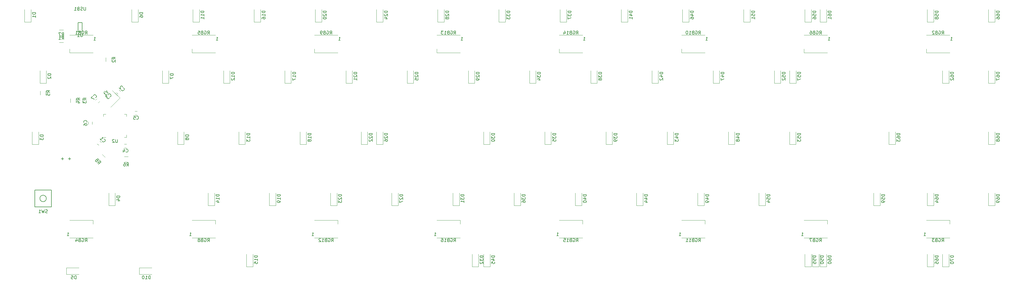
<source format=gbr>
G04 #@! TF.GenerationSoftware,KiCad,Pcbnew,(5.1.10)-1*
G04 #@! TF.CreationDate,2021-07-14T14:22:32+07:00*
G04 #@! TF.ProjectId,uso!VNC,75736f21-564e-4432-9e6b-696361645f70,rev?*
G04 #@! TF.SameCoordinates,Original*
G04 #@! TF.FileFunction,Legend,Bot*
G04 #@! TF.FilePolarity,Positive*
%FSLAX46Y46*%
G04 Gerber Fmt 4.6, Leading zero omitted, Abs format (unit mm)*
G04 Created by KiCad (PCBNEW (5.1.10)-1) date 2021-07-14 14:22:32*
%MOMM*%
%LPD*%
G01*
G04 APERTURE LIST*
%ADD10C,0.150000*%
%ADD11C,0.120000*%
G04 APERTURE END LIST*
D10*
X55768980Y-95250400D02*
G75*
G03*
X55768980Y-95250400I-1000000J0D01*
G01*
X57368980Y-97850400D02*
X57368980Y-92650400D01*
X52168980Y-97850400D02*
X57368980Y-97850400D01*
X52168980Y-92650400D02*
X52168980Y-97850400D01*
X57368980Y-92650400D02*
X52168980Y-92650400D01*
D11*
X120063000Y-116550480D02*
X118063000Y-116550480D01*
X118063000Y-116550480D02*
X118063000Y-112650480D01*
X120063000Y-116550480D02*
X120063000Y-112650480D01*
X74046518Y-82402010D02*
X73197990Y-81553482D01*
X71953482Y-82797990D02*
X72802010Y-83646518D01*
X108425440Y-102026320D02*
X108425440Y-103176320D01*
X101125440Y-102026320D02*
X108425440Y-102026320D01*
X101125440Y-107526320D02*
X108425440Y-107526320D01*
D10*
X65644000Y-40499400D02*
X65644000Y-43399400D01*
X65644000Y-40499400D02*
X66944000Y-40499400D01*
X66944000Y-40499400D02*
X66944000Y-43399400D01*
X66944000Y-43399400D02*
X65644000Y-43399400D01*
D11*
X70325280Y-102026320D02*
X70325280Y-103176320D01*
X63025280Y-102026320D02*
X70325280Y-102026320D01*
X63025280Y-107526320D02*
X70325280Y-107526320D01*
X291626240Y-49875600D02*
X291626240Y-48725600D01*
X298926240Y-49875600D02*
X291626240Y-49875600D01*
X298926240Y-44375600D02*
X291626240Y-44375600D01*
X337026400Y-44375600D02*
X329726400Y-44375600D01*
X337026400Y-49875600D02*
X329726400Y-49875600D01*
X329726400Y-49875600D02*
X329726400Y-48725600D01*
X63025280Y-49875600D02*
X63025280Y-48725600D01*
X70325280Y-49875600D02*
X63025280Y-49875600D01*
X70325280Y-44375600D02*
X63025280Y-44375600D01*
X298926240Y-102026320D02*
X298926240Y-103176320D01*
X291626240Y-102026320D02*
X298926240Y-102026320D01*
X291626240Y-107526320D02*
X298926240Y-107526320D01*
X101125440Y-49875600D02*
X101125440Y-48725600D01*
X108425440Y-49875600D02*
X101125440Y-49875600D01*
X108425440Y-44375600D02*
X101125440Y-44375600D01*
X337026400Y-102026320D02*
X337026400Y-103176320D01*
X329726400Y-102026320D02*
X337026400Y-102026320D01*
X329726400Y-107526320D02*
X337026400Y-107526320D01*
X331995140Y-116551440D02*
X329995140Y-116551440D01*
X329995140Y-116551440D02*
X329995140Y-112651440D01*
X331995140Y-116551440D02*
X331995140Y-112651440D01*
X55768750Y-59400240D02*
X53768750Y-59400240D01*
X53768750Y-59400240D02*
X53768750Y-55500240D01*
X55768750Y-59400240D02*
X55768750Y-55500240D01*
X117681250Y-78450064D02*
X115681250Y-78450064D01*
X115681250Y-78450064D02*
X115681250Y-74550064D01*
X117681250Y-78450064D02*
X117681250Y-74550064D01*
X112918750Y-59400048D02*
X110918750Y-59400048D01*
X110918750Y-59400048D02*
X110918750Y-55500048D01*
X112918750Y-59400048D02*
X112918750Y-55500048D01*
X84665990Y-118872370D02*
X84665990Y-116872370D01*
X84665990Y-116872370D02*
X88565990Y-116872370D01*
X84665990Y-118872370D02*
X88565990Y-118872370D01*
X62044020Y-118872370D02*
X62044020Y-116872370D01*
X62044020Y-116872370D02*
X65944020Y-116872370D01*
X62044020Y-118872370D02*
X65944020Y-118872370D01*
X84343750Y-40350032D02*
X82343750Y-40350032D01*
X82343750Y-40350032D02*
X82343750Y-36450032D01*
X84343750Y-40350032D02*
X84343750Y-36450032D01*
X131968750Y-59400048D02*
X129968750Y-59400048D01*
X129968750Y-59400048D02*
X129968750Y-55500048D01*
X131968750Y-59400048D02*
X131968750Y-55500048D01*
X108156250Y-97500080D02*
X106156250Y-97500080D01*
X106156250Y-97500080D02*
X106156250Y-93600080D01*
X108156250Y-97500080D02*
X108156250Y-93600080D01*
X93868750Y-59400048D02*
X91868750Y-59400048D01*
X91868750Y-59400048D02*
X91868750Y-55500048D01*
X93868750Y-59400048D02*
X93868750Y-55500048D01*
X122443750Y-40350032D02*
X120443750Y-40350032D01*
X120443750Y-40350032D02*
X120443750Y-36450032D01*
X122443750Y-40350032D02*
X122443750Y-36450032D01*
X103393750Y-40350032D02*
X101393750Y-40350032D01*
X101393750Y-40350032D02*
X101393750Y-36450032D01*
X103393750Y-40350032D02*
X103393750Y-36450032D01*
X98631250Y-78450064D02*
X96631250Y-78450064D01*
X96631250Y-78450064D02*
X96631250Y-74550064D01*
X98631250Y-78450064D02*
X98631250Y-74550064D01*
X77200000Y-97500400D02*
X75200000Y-97500400D01*
X75200000Y-97500400D02*
X75200000Y-93600400D01*
X77200000Y-97500400D02*
X77200000Y-93600400D01*
X84043000Y-68043500D02*
X83343000Y-68043500D01*
X83343000Y-69243500D02*
X84043000Y-69243500D01*
X80766400Y-78292400D02*
X80066400Y-78292400D01*
X80066400Y-79492400D02*
X80766400Y-79492400D01*
X73991223Y-61710649D02*
X73496249Y-62205623D01*
X74344777Y-63054151D02*
X74839751Y-62559177D01*
X61052000Y-42757200D02*
X59852000Y-42757200D01*
X59852000Y-44517200D02*
X61052000Y-44517200D01*
X77560249Y-62254377D02*
X78055223Y-62749351D01*
X78903751Y-61900823D02*
X78408777Y-61405849D01*
X53857000Y-61820500D02*
X53857000Y-63020500D01*
X55617000Y-63020500D02*
X55617000Y-61820500D01*
X78672990Y-63970353D02*
X75844563Y-66798780D01*
X76339537Y-61636900D02*
X78672990Y-63970353D01*
X80039800Y-76192800D02*
X80764800Y-76192800D01*
X80764800Y-76192800D02*
X80764800Y-75467800D01*
X74269800Y-68972800D02*
X73544800Y-68972800D01*
X73544800Y-68972800D02*
X73544800Y-69697800D01*
X80039800Y-68972800D02*
X80764800Y-68972800D01*
X80764800Y-68972800D02*
X80764800Y-69697800D01*
X74269800Y-76192800D02*
X73544800Y-76192800D01*
X63251940Y-64158200D02*
X63251940Y-65358200D01*
X65011940Y-65358200D02*
X65011940Y-64158200D01*
X65251940Y-64158200D02*
X65251940Y-65358200D01*
X67011940Y-65358200D02*
X67011940Y-64158200D01*
X74304000Y-51419200D02*
X74304000Y-52619200D01*
X76064000Y-52619200D02*
X76064000Y-51419200D01*
X81219600Y-82178000D02*
X80019600Y-82178000D01*
X80019600Y-83938000D02*
X81219600Y-83938000D01*
X71906377Y-65441751D02*
X72401351Y-64946777D01*
X71552823Y-64098249D02*
X71057849Y-64593223D01*
X70069000Y-72105000D02*
X70069000Y-71405000D01*
X68869000Y-71405000D02*
X68869000Y-72105000D01*
X222725920Y-102026320D02*
X222725920Y-103176320D01*
X215425920Y-102026320D02*
X222725920Y-102026320D01*
X215425920Y-107526320D02*
X222725920Y-107526320D01*
X139225600Y-49875600D02*
X139225600Y-48725600D01*
X146525600Y-49875600D02*
X139225600Y-49875600D01*
X146525600Y-44375600D02*
X139225600Y-44375600D01*
X59852000Y-46701600D02*
X61052000Y-46701600D01*
X61052000Y-44941600D02*
X59852000Y-44941600D01*
X215425920Y-49875600D02*
X215425920Y-48725600D01*
X222725920Y-49875600D02*
X215425920Y-49875600D01*
X222725920Y-44375600D02*
X215425920Y-44375600D01*
X177325760Y-49875600D02*
X177325760Y-48725600D01*
X184625760Y-49875600D02*
X177325760Y-49875600D01*
X184625760Y-44375600D02*
X177325760Y-44375600D01*
X146525600Y-102026320D02*
X146525600Y-103176320D01*
X139225600Y-102026320D02*
X146525600Y-102026320D01*
X139225600Y-107526320D02*
X146525600Y-107526320D01*
X260826080Y-102026320D02*
X260826080Y-103176320D01*
X253526080Y-102026320D02*
X260826080Y-102026320D01*
X253526080Y-107526320D02*
X260826080Y-107526320D01*
X253526080Y-49875600D02*
X253526080Y-48725600D01*
X260826080Y-49875600D02*
X253526080Y-49875600D01*
X260826080Y-44375600D02*
X253526080Y-44375600D01*
X184625760Y-102026320D02*
X184625760Y-103176320D01*
X177325760Y-102026320D02*
X184625760Y-102026320D01*
X177325760Y-107526320D02*
X184625760Y-107526320D01*
X203406250Y-97500080D02*
X201406250Y-97500080D01*
X201406250Y-97500080D02*
X201406250Y-93600080D01*
X203406250Y-97500080D02*
X203406250Y-93600080D01*
X236743750Y-40350032D02*
X234743750Y-40350032D01*
X234743750Y-40350032D02*
X234743750Y-36450032D01*
X236743750Y-40350032D02*
X236743750Y-36450032D01*
X222456250Y-97500080D02*
X220456250Y-97500080D01*
X220456250Y-97500080D02*
X220456250Y-93600080D01*
X222456250Y-97500080D02*
X222456250Y-93600080D01*
X274843750Y-40350032D02*
X272843750Y-40350032D01*
X272843750Y-40350032D02*
X272843750Y-36450032D01*
X274843750Y-40350032D02*
X274843750Y-36450032D01*
X296276240Y-116551440D02*
X294276240Y-116551440D01*
X294276240Y-116551440D02*
X294276240Y-112651440D01*
X296276240Y-116551440D02*
X296276240Y-112651440D01*
X255793750Y-40350032D02*
X253793750Y-40350032D01*
X253793750Y-40350032D02*
X253793750Y-36450032D01*
X255793750Y-40350032D02*
X255793750Y-36450032D01*
X251031250Y-78450064D02*
X249031250Y-78450064D01*
X249031250Y-78450064D02*
X249031250Y-74550064D01*
X251031250Y-78450064D02*
X251031250Y-74550064D01*
X193882060Y-116550480D02*
X191882060Y-116550480D01*
X191882060Y-116550480D02*
X191882060Y-112650480D01*
X193882060Y-116550480D02*
X193882060Y-112650480D01*
X284368750Y-59400048D02*
X282368750Y-59400048D01*
X282368750Y-59400048D02*
X282368750Y-55500048D01*
X284368750Y-59400048D02*
X284368750Y-55500048D01*
X289131250Y-78450064D02*
X287131250Y-78450064D01*
X287131250Y-78450064D02*
X287131250Y-74550064D01*
X289131250Y-78450064D02*
X289131250Y-74550064D01*
X265318750Y-59400048D02*
X263318750Y-59400048D01*
X263318750Y-59400048D02*
X263318750Y-55500048D01*
X265318750Y-59400048D02*
X265318750Y-55500048D01*
X246268750Y-59400048D02*
X244268750Y-59400048D01*
X244268750Y-59400048D02*
X244268750Y-55500048D01*
X246268750Y-59400048D02*
X246268750Y-55500048D01*
X270081250Y-78450064D02*
X268081250Y-78450064D01*
X268081250Y-78450064D02*
X268081250Y-74550064D01*
X270081250Y-78450064D02*
X270081250Y-74550064D01*
X241506250Y-97500080D02*
X239506250Y-97500080D01*
X239506250Y-97500080D02*
X239506250Y-93600080D01*
X241506250Y-97500080D02*
X241506250Y-93600080D01*
X231981250Y-78450064D02*
X229981250Y-78450064D01*
X229981250Y-78450064D02*
X229981250Y-74550064D01*
X231981250Y-78450064D02*
X231981250Y-74550064D01*
X217693750Y-40350032D02*
X215693750Y-40350032D01*
X215693750Y-40350032D02*
X215693750Y-36450032D01*
X217693750Y-40350032D02*
X217693750Y-36450032D01*
X260556250Y-97500080D02*
X258556250Y-97500080D01*
X258556250Y-97500080D02*
X258556250Y-93600080D01*
X260556250Y-97500080D02*
X260556250Y-93600080D01*
X227218750Y-59400048D02*
X225218750Y-59400048D01*
X225218750Y-59400048D02*
X225218750Y-55500048D01*
X227218750Y-59400048D02*
X227218750Y-55500048D01*
X298657500Y-116551440D02*
X296657500Y-116551440D01*
X296657500Y-116551440D02*
X296657500Y-112651440D01*
X298657500Y-116551440D02*
X298657500Y-112651440D01*
X320087500Y-78450064D02*
X318087500Y-78450064D01*
X318087500Y-78450064D02*
X318087500Y-74550064D01*
X320087500Y-78450064D02*
X320087500Y-74550064D01*
X293893750Y-40350032D02*
X291893750Y-40350032D01*
X291893750Y-40350032D02*
X291893750Y-36450032D01*
X293893750Y-40350032D02*
X293893750Y-36450032D01*
X293894980Y-116551440D02*
X291894980Y-116551440D01*
X291894980Y-116551440D02*
X291894980Y-112651440D01*
X293894980Y-116551440D02*
X293894980Y-112651440D01*
X71616649Y-78205577D02*
X72111623Y-78700551D01*
X72960151Y-77852023D02*
X72465177Y-77357049D01*
X315325000Y-97500080D02*
X313325000Y-97500080D01*
X313325000Y-97500080D02*
X313325000Y-93600080D01*
X315325000Y-97500080D02*
X315325000Y-93600080D01*
X331993750Y-97500080D02*
X329993750Y-97500080D01*
X329993750Y-97500080D02*
X329993750Y-93600080D01*
X331993750Y-97500080D02*
X331993750Y-93600080D01*
X336757660Y-59400048D02*
X334757660Y-59400048D01*
X334757660Y-59400048D02*
X334757660Y-55500048D01*
X336757660Y-59400048D02*
X336757660Y-55500048D01*
X289132460Y-59400240D02*
X287132460Y-59400240D01*
X287132460Y-59400240D02*
X287132460Y-55500240D01*
X289132460Y-59400240D02*
X289132460Y-55500240D01*
X279606250Y-97500080D02*
X277606250Y-97500080D01*
X277606250Y-97500080D02*
X277606250Y-93600080D01*
X279606250Y-97500080D02*
X279606250Y-93600080D01*
X331993750Y-40350000D02*
X329993750Y-40350000D01*
X329993750Y-40350000D02*
X329993750Y-36450000D01*
X331993750Y-40350000D02*
X331993750Y-36450000D01*
X298656250Y-40350032D02*
X296656250Y-40350032D01*
X296656250Y-40350032D02*
X296656250Y-36450032D01*
X298656250Y-40350032D02*
X298656250Y-36450032D01*
X160543750Y-40350032D02*
X158543750Y-40350032D01*
X158543750Y-40350032D02*
X158543750Y-36450032D01*
X160543750Y-40350032D02*
X160543750Y-36450032D01*
X141493750Y-40350032D02*
X139493750Y-40350032D01*
X139493750Y-40350032D02*
X139493750Y-36450032D01*
X141493750Y-40350032D02*
X141493750Y-36450032D01*
X189118750Y-59400048D02*
X187118750Y-59400048D01*
X187118750Y-59400048D02*
X187118750Y-55500048D01*
X189118750Y-59400048D02*
X189118750Y-55500048D01*
X127206250Y-97500080D02*
X125206250Y-97500080D01*
X125206250Y-97500080D02*
X125206250Y-93600080D01*
X127206250Y-97500080D02*
X127206250Y-93600080D01*
X136731250Y-78450064D02*
X134731250Y-78450064D01*
X134731250Y-78450064D02*
X134731250Y-74550064D01*
X136731250Y-78450064D02*
X136731250Y-74550064D01*
X184356250Y-97500080D02*
X182356250Y-97500080D01*
X182356250Y-97500080D02*
X182356250Y-93600080D01*
X184356250Y-97500080D02*
X184356250Y-93600080D01*
X151018750Y-59400048D02*
X149018750Y-59400048D01*
X149018750Y-59400048D02*
X149018750Y-55500048D01*
X151018750Y-59400048D02*
X151018750Y-55500048D01*
X146256250Y-97500080D02*
X144256250Y-97500080D01*
X144256250Y-97500080D02*
X144256250Y-93600080D01*
X146256250Y-97500080D02*
X146256250Y-93600080D01*
X165306250Y-97500080D02*
X163306250Y-97500080D01*
X163306250Y-97500080D02*
X163306250Y-93600080D01*
X165306250Y-97500080D02*
X165306250Y-93600080D01*
X193881250Y-78450064D02*
X191881250Y-78450064D01*
X191881250Y-78450064D02*
X191881250Y-74550064D01*
X193881250Y-78450064D02*
X193881250Y-74550064D01*
X198643750Y-40350032D02*
X196643750Y-40350032D01*
X196643750Y-40350032D02*
X196643750Y-36450032D01*
X198643750Y-40350032D02*
X198643750Y-36450032D01*
X155781250Y-78450064D02*
X153781250Y-78450064D01*
X153781250Y-78450064D02*
X153781250Y-74550064D01*
X155781250Y-78450064D02*
X155781250Y-74550064D01*
X212931250Y-78450064D02*
X210931250Y-78450064D01*
X210931250Y-78450064D02*
X210931250Y-74550064D01*
X212931250Y-78450064D02*
X212931250Y-74550064D01*
X208168750Y-59400048D02*
X206168750Y-59400048D01*
X206168750Y-59400048D02*
X206168750Y-55500048D01*
X208168750Y-59400048D02*
X208168750Y-55500048D01*
X179593750Y-40350032D02*
X177593750Y-40350032D01*
X177593750Y-40350032D02*
X177593750Y-36450032D01*
X179593750Y-40350032D02*
X179593750Y-36450032D01*
X160543750Y-78450064D02*
X158543750Y-78450064D01*
X158543750Y-78450064D02*
X158543750Y-74550064D01*
X160543750Y-78450064D02*
X160543750Y-74550064D01*
X190310170Y-116550480D02*
X188310170Y-116550480D01*
X188310170Y-116550480D02*
X188310170Y-112650480D01*
X190310170Y-116550480D02*
X190310170Y-112650480D01*
X170068750Y-59400048D02*
X168068750Y-59400048D01*
X168068750Y-59400048D02*
X168068750Y-55500048D01*
X170068750Y-59400048D02*
X170068750Y-55500048D01*
X53387500Y-78450064D02*
X51387500Y-78450064D01*
X51387500Y-78450064D02*
X51387500Y-74550064D01*
X53387500Y-78450064D02*
X53387500Y-74550064D01*
X336757660Y-116550480D02*
X334757660Y-116550480D01*
X334757660Y-116550480D02*
X334757660Y-112650480D01*
X336757660Y-116550480D02*
X336757660Y-112650480D01*
X351043750Y-97500080D02*
X349043750Y-97500080D01*
X349043750Y-97500080D02*
X349043750Y-93600080D01*
X351043750Y-97500080D02*
X351043750Y-93600080D01*
X351043750Y-78450064D02*
X349043750Y-78450064D01*
X349043750Y-78450064D02*
X349043750Y-74550064D01*
X351043750Y-78450064D02*
X351043750Y-74550064D01*
X351043750Y-59400048D02*
X349043750Y-59400048D01*
X349043750Y-59400048D02*
X349043750Y-55500048D01*
X351043750Y-59400048D02*
X351043750Y-55500048D01*
X351043750Y-40350032D02*
X349043750Y-40350032D01*
X349043750Y-40350032D02*
X349043750Y-36450032D01*
X351043750Y-40350032D02*
X351043750Y-36450032D01*
X51006250Y-40350160D02*
X49006250Y-40350160D01*
X49006250Y-40350160D02*
X49006250Y-36450160D01*
X51006250Y-40350160D02*
X51006250Y-36450160D01*
D10*
X56102313Y-99719161D02*
X55959456Y-99766780D01*
X55721360Y-99766780D01*
X55626122Y-99719161D01*
X55578503Y-99671542D01*
X55530884Y-99576304D01*
X55530884Y-99481066D01*
X55578503Y-99385828D01*
X55626122Y-99338209D01*
X55721360Y-99290590D01*
X55911837Y-99242971D01*
X56007075Y-99195352D01*
X56054694Y-99147733D01*
X56102313Y-99052495D01*
X56102313Y-98957257D01*
X56054694Y-98862019D01*
X56007075Y-98814400D01*
X55911837Y-98766780D01*
X55673741Y-98766780D01*
X55530884Y-98814400D01*
X55197551Y-98766780D02*
X54959456Y-99766780D01*
X54768980Y-99052495D01*
X54578503Y-99766780D01*
X54340408Y-98766780D01*
X53435646Y-99766780D02*
X54007075Y-99766780D01*
X53721360Y-99766780D02*
X53721360Y-98766780D01*
X53816599Y-98909638D01*
X53911837Y-99004876D01*
X54007075Y-99052495D01*
X121515380Y-113086194D02*
X120515380Y-113086194D01*
X120515380Y-113324289D01*
X120563000Y-113467146D01*
X120658238Y-113562384D01*
X120753476Y-113610003D01*
X120943952Y-113657622D01*
X121086809Y-113657622D01*
X121277285Y-113610003D01*
X121372523Y-113562384D01*
X121467761Y-113467146D01*
X121515380Y-113324289D01*
X121515380Y-113086194D01*
X121515380Y-114610003D02*
X121515380Y-114038575D01*
X121515380Y-114324289D02*
X120515380Y-114324289D01*
X120658238Y-114229051D01*
X120753476Y-114133813D01*
X120801095Y-114038575D01*
X120515380Y-115514765D02*
X120515380Y-115038575D01*
X120991571Y-114990956D01*
X120943952Y-115038575D01*
X120896333Y-115133813D01*
X120896333Y-115371908D01*
X120943952Y-115467146D01*
X120991571Y-115514765D01*
X121086809Y-115562384D01*
X121324904Y-115562384D01*
X121420142Y-115514765D01*
X121467761Y-115467146D01*
X121515380Y-115371908D01*
X121515380Y-115133813D01*
X121467761Y-115038575D01*
X121420142Y-114990956D01*
X62642797Y-82875428D02*
X63404702Y-82875428D01*
X63023750Y-83256380D02*
X63023750Y-82494476D01*
X60420297Y-82875748D02*
X61182202Y-82875748D01*
X60801250Y-83256700D02*
X60801250Y-82494796D01*
X71631243Y-84204458D02*
X72203663Y-84103443D01*
X72035304Y-84608519D02*
X72742411Y-83901413D01*
X72473037Y-83632038D01*
X72372022Y-83598367D01*
X72304678Y-83598367D01*
X72203663Y-83632038D01*
X72102648Y-83733054D01*
X72068976Y-83834069D01*
X72068976Y-83901413D01*
X72102648Y-84002428D01*
X72372022Y-84271802D01*
X71631243Y-83396336D02*
X71732258Y-83430008D01*
X71799602Y-83430008D01*
X71900617Y-83396336D01*
X71934289Y-83362664D01*
X71967961Y-83261649D01*
X71967961Y-83194306D01*
X71934289Y-83093290D01*
X71799602Y-82958603D01*
X71698586Y-82924932D01*
X71631243Y-82924932D01*
X71530228Y-82958603D01*
X71496556Y-82992275D01*
X71462884Y-83093290D01*
X71462884Y-83160634D01*
X71496556Y-83261649D01*
X71631243Y-83396336D01*
X71664915Y-83497351D01*
X71664915Y-83564695D01*
X71631243Y-83665710D01*
X71496556Y-83800397D01*
X71395541Y-83834069D01*
X71328197Y-83834069D01*
X71227182Y-83800397D01*
X71092495Y-83665710D01*
X71058823Y-83564695D01*
X71058823Y-83497351D01*
X71092495Y-83396336D01*
X71227182Y-83261649D01*
X71328197Y-83227977D01*
X71395541Y-83227977D01*
X71496556Y-83261649D01*
X105942106Y-108728700D02*
X106275440Y-108252510D01*
X106513535Y-108728700D02*
X106513535Y-107728700D01*
X106132582Y-107728700D01*
X106037344Y-107776320D01*
X105989725Y-107823939D01*
X105942106Y-107919177D01*
X105942106Y-108062034D01*
X105989725Y-108157272D01*
X106037344Y-108204891D01*
X106132582Y-108252510D01*
X106513535Y-108252510D01*
X104989725Y-107776320D02*
X105084963Y-107728700D01*
X105227820Y-107728700D01*
X105370678Y-107776320D01*
X105465916Y-107871558D01*
X105513535Y-107966796D01*
X105561154Y-108157272D01*
X105561154Y-108300129D01*
X105513535Y-108490605D01*
X105465916Y-108585843D01*
X105370678Y-108681081D01*
X105227820Y-108728700D01*
X105132582Y-108728700D01*
X104989725Y-108681081D01*
X104942106Y-108633462D01*
X104942106Y-108300129D01*
X105132582Y-108300129D01*
X104180201Y-108204891D02*
X104037344Y-108252510D01*
X103989725Y-108300129D01*
X103942106Y-108395367D01*
X103942106Y-108538224D01*
X103989725Y-108633462D01*
X104037344Y-108681081D01*
X104132582Y-108728700D01*
X104513535Y-108728700D01*
X104513535Y-107728700D01*
X104180201Y-107728700D01*
X104084963Y-107776320D01*
X104037344Y-107823939D01*
X103989725Y-107919177D01*
X103989725Y-108014415D01*
X104037344Y-108109653D01*
X104084963Y-108157272D01*
X104180201Y-108204891D01*
X104513535Y-108204891D01*
X103370678Y-108157272D02*
X103465916Y-108109653D01*
X103513535Y-108062034D01*
X103561154Y-107966796D01*
X103561154Y-107919177D01*
X103513535Y-107823939D01*
X103465916Y-107776320D01*
X103370678Y-107728700D01*
X103180201Y-107728700D01*
X103084963Y-107776320D01*
X103037344Y-107823939D01*
X102989725Y-107919177D01*
X102989725Y-107966796D01*
X103037344Y-108062034D01*
X103084963Y-108109653D01*
X103180201Y-108157272D01*
X103370678Y-108157272D01*
X103465916Y-108204891D01*
X103513535Y-108252510D01*
X103561154Y-108347748D01*
X103561154Y-108538224D01*
X103513535Y-108633462D01*
X103465916Y-108681081D01*
X103370678Y-108728700D01*
X103180201Y-108728700D01*
X103084963Y-108681081D01*
X103037344Y-108633462D01*
X102989725Y-108538224D01*
X102989725Y-108347748D01*
X103037344Y-108252510D01*
X103084963Y-108204891D01*
X103180201Y-108157272D01*
X100339725Y-106828700D02*
X100911154Y-106828700D01*
X100625440Y-106828700D02*
X100625440Y-105828700D01*
X100720678Y-105971558D01*
X100815916Y-106066796D01*
X100911154Y-106114415D01*
X67055904Y-43851780D02*
X67055904Y-44661304D01*
X67008285Y-44756542D01*
X66960666Y-44804161D01*
X66865428Y-44851780D01*
X66674952Y-44851780D01*
X66579714Y-44804161D01*
X66532095Y-44756542D01*
X66484476Y-44661304D01*
X66484476Y-43851780D01*
X65484476Y-44851780D02*
X66055904Y-44851780D01*
X65770190Y-44851780D02*
X65770190Y-43851780D01*
X65865428Y-43994638D01*
X65960666Y-44089876D01*
X66055904Y-44137495D01*
X67841946Y-108728700D02*
X68175280Y-108252510D01*
X68413375Y-108728700D02*
X68413375Y-107728700D01*
X68032422Y-107728700D01*
X67937184Y-107776320D01*
X67889565Y-107823939D01*
X67841946Y-107919177D01*
X67841946Y-108062034D01*
X67889565Y-108157272D01*
X67937184Y-108204891D01*
X68032422Y-108252510D01*
X68413375Y-108252510D01*
X66889565Y-107776320D02*
X66984803Y-107728700D01*
X67127660Y-107728700D01*
X67270518Y-107776320D01*
X67365756Y-107871558D01*
X67413375Y-107966796D01*
X67460994Y-108157272D01*
X67460994Y-108300129D01*
X67413375Y-108490605D01*
X67365756Y-108585843D01*
X67270518Y-108681081D01*
X67127660Y-108728700D01*
X67032422Y-108728700D01*
X66889565Y-108681081D01*
X66841946Y-108633462D01*
X66841946Y-108300129D01*
X67032422Y-108300129D01*
X66080041Y-108204891D02*
X65937184Y-108252510D01*
X65889565Y-108300129D01*
X65841946Y-108395367D01*
X65841946Y-108538224D01*
X65889565Y-108633462D01*
X65937184Y-108681081D01*
X66032422Y-108728700D01*
X66413375Y-108728700D01*
X66413375Y-107728700D01*
X66080041Y-107728700D01*
X65984803Y-107776320D01*
X65937184Y-107823939D01*
X65889565Y-107919177D01*
X65889565Y-108014415D01*
X65937184Y-108109653D01*
X65984803Y-108157272D01*
X66080041Y-108204891D01*
X66413375Y-108204891D01*
X64984803Y-108062034D02*
X64984803Y-108728700D01*
X65222899Y-107681081D02*
X65460994Y-108395367D01*
X64841946Y-108395367D01*
X62239565Y-106828700D02*
X62810994Y-106828700D01*
X62525280Y-106828700D02*
X62525280Y-105828700D01*
X62620518Y-105971558D01*
X62715756Y-106066796D01*
X62810994Y-106114415D01*
X296442906Y-44077980D02*
X296776240Y-43601790D01*
X297014335Y-44077980D02*
X297014335Y-43077980D01*
X296633382Y-43077980D01*
X296538144Y-43125600D01*
X296490525Y-43173219D01*
X296442906Y-43268457D01*
X296442906Y-43411314D01*
X296490525Y-43506552D01*
X296538144Y-43554171D01*
X296633382Y-43601790D01*
X297014335Y-43601790D01*
X295490525Y-43125600D02*
X295585763Y-43077980D01*
X295728620Y-43077980D01*
X295871478Y-43125600D01*
X295966716Y-43220838D01*
X296014335Y-43316076D01*
X296061954Y-43506552D01*
X296061954Y-43649409D01*
X296014335Y-43839885D01*
X295966716Y-43935123D01*
X295871478Y-44030361D01*
X295728620Y-44077980D01*
X295633382Y-44077980D01*
X295490525Y-44030361D01*
X295442906Y-43982742D01*
X295442906Y-43649409D01*
X295633382Y-43649409D01*
X294681001Y-43554171D02*
X294538144Y-43601790D01*
X294490525Y-43649409D01*
X294442906Y-43744647D01*
X294442906Y-43887504D01*
X294490525Y-43982742D01*
X294538144Y-44030361D01*
X294633382Y-44077980D01*
X295014335Y-44077980D01*
X295014335Y-43077980D01*
X294681001Y-43077980D01*
X294585763Y-43125600D01*
X294538144Y-43173219D01*
X294490525Y-43268457D01*
X294490525Y-43363695D01*
X294538144Y-43458933D01*
X294585763Y-43506552D01*
X294681001Y-43554171D01*
X295014335Y-43554171D01*
X293585763Y-43077980D02*
X293776240Y-43077980D01*
X293871478Y-43125600D01*
X293919097Y-43173219D01*
X294014335Y-43316076D01*
X294061954Y-43506552D01*
X294061954Y-43887504D01*
X294014335Y-43982742D01*
X293966716Y-44030361D01*
X293871478Y-44077980D01*
X293681001Y-44077980D01*
X293585763Y-44030361D01*
X293538144Y-43982742D01*
X293490525Y-43887504D01*
X293490525Y-43649409D01*
X293538144Y-43554171D01*
X293585763Y-43506552D01*
X293681001Y-43458933D01*
X293871478Y-43458933D01*
X293966716Y-43506552D01*
X294014335Y-43554171D01*
X294061954Y-43649409D01*
X299140525Y-45977980D02*
X299711954Y-45977980D01*
X299426240Y-45977980D02*
X299426240Y-44977980D01*
X299521478Y-45120838D01*
X299616716Y-45216076D01*
X299711954Y-45263695D01*
X334543066Y-44077980D02*
X334876400Y-43601790D01*
X335114495Y-44077980D02*
X335114495Y-43077980D01*
X334733542Y-43077980D01*
X334638304Y-43125600D01*
X334590685Y-43173219D01*
X334543066Y-43268457D01*
X334543066Y-43411314D01*
X334590685Y-43506552D01*
X334638304Y-43554171D01*
X334733542Y-43601790D01*
X335114495Y-43601790D01*
X333590685Y-43125600D02*
X333685923Y-43077980D01*
X333828780Y-43077980D01*
X333971638Y-43125600D01*
X334066876Y-43220838D01*
X334114495Y-43316076D01*
X334162114Y-43506552D01*
X334162114Y-43649409D01*
X334114495Y-43839885D01*
X334066876Y-43935123D01*
X333971638Y-44030361D01*
X333828780Y-44077980D01*
X333733542Y-44077980D01*
X333590685Y-44030361D01*
X333543066Y-43982742D01*
X333543066Y-43649409D01*
X333733542Y-43649409D01*
X332781161Y-43554171D02*
X332638304Y-43601790D01*
X332590685Y-43649409D01*
X332543066Y-43744647D01*
X332543066Y-43887504D01*
X332590685Y-43982742D01*
X332638304Y-44030361D01*
X332733542Y-44077980D01*
X333114495Y-44077980D01*
X333114495Y-43077980D01*
X332781161Y-43077980D01*
X332685923Y-43125600D01*
X332638304Y-43173219D01*
X332590685Y-43268457D01*
X332590685Y-43363695D01*
X332638304Y-43458933D01*
X332685923Y-43506552D01*
X332781161Y-43554171D01*
X333114495Y-43554171D01*
X332162114Y-43173219D02*
X332114495Y-43125600D01*
X332019257Y-43077980D01*
X331781161Y-43077980D01*
X331685923Y-43125600D01*
X331638304Y-43173219D01*
X331590685Y-43268457D01*
X331590685Y-43363695D01*
X331638304Y-43506552D01*
X332209733Y-44077980D01*
X331590685Y-44077980D01*
X337240685Y-45977980D02*
X337812114Y-45977980D01*
X337526400Y-45977980D02*
X337526400Y-44977980D01*
X337621638Y-45120838D01*
X337716876Y-45216076D01*
X337812114Y-45263695D01*
X67841946Y-44077980D02*
X68175280Y-43601790D01*
X68413375Y-44077980D02*
X68413375Y-43077980D01*
X68032422Y-43077980D01*
X67937184Y-43125600D01*
X67889565Y-43173219D01*
X67841946Y-43268457D01*
X67841946Y-43411314D01*
X67889565Y-43506552D01*
X67937184Y-43554171D01*
X68032422Y-43601790D01*
X68413375Y-43601790D01*
X66889565Y-43125600D02*
X66984803Y-43077980D01*
X67127660Y-43077980D01*
X67270518Y-43125600D01*
X67365756Y-43220838D01*
X67413375Y-43316076D01*
X67460994Y-43506552D01*
X67460994Y-43649409D01*
X67413375Y-43839885D01*
X67365756Y-43935123D01*
X67270518Y-44030361D01*
X67127660Y-44077980D01*
X67032422Y-44077980D01*
X66889565Y-44030361D01*
X66841946Y-43982742D01*
X66841946Y-43649409D01*
X67032422Y-43649409D01*
X66080041Y-43554171D02*
X65937184Y-43601790D01*
X65889565Y-43649409D01*
X65841946Y-43744647D01*
X65841946Y-43887504D01*
X65889565Y-43982742D01*
X65937184Y-44030361D01*
X66032422Y-44077980D01*
X66413375Y-44077980D01*
X66413375Y-43077980D01*
X66080041Y-43077980D01*
X65984803Y-43125600D01*
X65937184Y-43173219D01*
X65889565Y-43268457D01*
X65889565Y-43363695D01*
X65937184Y-43458933D01*
X65984803Y-43506552D01*
X66080041Y-43554171D01*
X66413375Y-43554171D01*
X64889565Y-44077980D02*
X65460994Y-44077980D01*
X65175280Y-44077980D02*
X65175280Y-43077980D01*
X65270518Y-43220838D01*
X65365756Y-43316076D01*
X65460994Y-43363695D01*
X70539565Y-45977980D02*
X71110994Y-45977980D01*
X70825280Y-45977980D02*
X70825280Y-44977980D01*
X70920518Y-45120838D01*
X71015756Y-45216076D01*
X71110994Y-45263695D01*
X296442906Y-108728700D02*
X296776240Y-108252510D01*
X297014335Y-108728700D02*
X297014335Y-107728700D01*
X296633382Y-107728700D01*
X296538144Y-107776320D01*
X296490525Y-107823939D01*
X296442906Y-107919177D01*
X296442906Y-108062034D01*
X296490525Y-108157272D01*
X296538144Y-108204891D01*
X296633382Y-108252510D01*
X297014335Y-108252510D01*
X295490525Y-107776320D02*
X295585763Y-107728700D01*
X295728620Y-107728700D01*
X295871478Y-107776320D01*
X295966716Y-107871558D01*
X296014335Y-107966796D01*
X296061954Y-108157272D01*
X296061954Y-108300129D01*
X296014335Y-108490605D01*
X295966716Y-108585843D01*
X295871478Y-108681081D01*
X295728620Y-108728700D01*
X295633382Y-108728700D01*
X295490525Y-108681081D01*
X295442906Y-108633462D01*
X295442906Y-108300129D01*
X295633382Y-108300129D01*
X294681001Y-108204891D02*
X294538144Y-108252510D01*
X294490525Y-108300129D01*
X294442906Y-108395367D01*
X294442906Y-108538224D01*
X294490525Y-108633462D01*
X294538144Y-108681081D01*
X294633382Y-108728700D01*
X295014335Y-108728700D01*
X295014335Y-107728700D01*
X294681001Y-107728700D01*
X294585763Y-107776320D01*
X294538144Y-107823939D01*
X294490525Y-107919177D01*
X294490525Y-108014415D01*
X294538144Y-108109653D01*
X294585763Y-108157272D01*
X294681001Y-108204891D01*
X295014335Y-108204891D01*
X294109573Y-107728700D02*
X293442906Y-107728700D01*
X293871478Y-108728700D01*
X290840525Y-106828700D02*
X291411954Y-106828700D01*
X291126240Y-106828700D02*
X291126240Y-105828700D01*
X291221478Y-105971558D01*
X291316716Y-106066796D01*
X291411954Y-106114415D01*
X105942106Y-44077980D02*
X106275440Y-43601790D01*
X106513535Y-44077980D02*
X106513535Y-43077980D01*
X106132582Y-43077980D01*
X106037344Y-43125600D01*
X105989725Y-43173219D01*
X105942106Y-43268457D01*
X105942106Y-43411314D01*
X105989725Y-43506552D01*
X106037344Y-43554171D01*
X106132582Y-43601790D01*
X106513535Y-43601790D01*
X104989725Y-43125600D02*
X105084963Y-43077980D01*
X105227820Y-43077980D01*
X105370678Y-43125600D01*
X105465916Y-43220838D01*
X105513535Y-43316076D01*
X105561154Y-43506552D01*
X105561154Y-43649409D01*
X105513535Y-43839885D01*
X105465916Y-43935123D01*
X105370678Y-44030361D01*
X105227820Y-44077980D01*
X105132582Y-44077980D01*
X104989725Y-44030361D01*
X104942106Y-43982742D01*
X104942106Y-43649409D01*
X105132582Y-43649409D01*
X104180201Y-43554171D02*
X104037344Y-43601790D01*
X103989725Y-43649409D01*
X103942106Y-43744647D01*
X103942106Y-43887504D01*
X103989725Y-43982742D01*
X104037344Y-44030361D01*
X104132582Y-44077980D01*
X104513535Y-44077980D01*
X104513535Y-43077980D01*
X104180201Y-43077980D01*
X104084963Y-43125600D01*
X104037344Y-43173219D01*
X103989725Y-43268457D01*
X103989725Y-43363695D01*
X104037344Y-43458933D01*
X104084963Y-43506552D01*
X104180201Y-43554171D01*
X104513535Y-43554171D01*
X103037344Y-43077980D02*
X103513535Y-43077980D01*
X103561154Y-43554171D01*
X103513535Y-43506552D01*
X103418297Y-43458933D01*
X103180201Y-43458933D01*
X103084963Y-43506552D01*
X103037344Y-43554171D01*
X102989725Y-43649409D01*
X102989725Y-43887504D01*
X103037344Y-43982742D01*
X103084963Y-44030361D01*
X103180201Y-44077980D01*
X103418297Y-44077980D01*
X103513535Y-44030361D01*
X103561154Y-43982742D01*
X108639725Y-45977980D02*
X109211154Y-45977980D01*
X108925440Y-45977980D02*
X108925440Y-44977980D01*
X109020678Y-45120838D01*
X109115916Y-45216076D01*
X109211154Y-45263695D01*
X334543066Y-108728700D02*
X334876400Y-108252510D01*
X335114495Y-108728700D02*
X335114495Y-107728700D01*
X334733542Y-107728700D01*
X334638304Y-107776320D01*
X334590685Y-107823939D01*
X334543066Y-107919177D01*
X334543066Y-108062034D01*
X334590685Y-108157272D01*
X334638304Y-108204891D01*
X334733542Y-108252510D01*
X335114495Y-108252510D01*
X333590685Y-107776320D02*
X333685923Y-107728700D01*
X333828780Y-107728700D01*
X333971638Y-107776320D01*
X334066876Y-107871558D01*
X334114495Y-107966796D01*
X334162114Y-108157272D01*
X334162114Y-108300129D01*
X334114495Y-108490605D01*
X334066876Y-108585843D01*
X333971638Y-108681081D01*
X333828780Y-108728700D01*
X333733542Y-108728700D01*
X333590685Y-108681081D01*
X333543066Y-108633462D01*
X333543066Y-108300129D01*
X333733542Y-108300129D01*
X332781161Y-108204891D02*
X332638304Y-108252510D01*
X332590685Y-108300129D01*
X332543066Y-108395367D01*
X332543066Y-108538224D01*
X332590685Y-108633462D01*
X332638304Y-108681081D01*
X332733542Y-108728700D01*
X333114495Y-108728700D01*
X333114495Y-107728700D01*
X332781161Y-107728700D01*
X332685923Y-107776320D01*
X332638304Y-107823939D01*
X332590685Y-107919177D01*
X332590685Y-108014415D01*
X332638304Y-108109653D01*
X332685923Y-108157272D01*
X332781161Y-108204891D01*
X333114495Y-108204891D01*
X332209733Y-107728700D02*
X331590685Y-107728700D01*
X331924019Y-108109653D01*
X331781161Y-108109653D01*
X331685923Y-108157272D01*
X331638304Y-108204891D01*
X331590685Y-108300129D01*
X331590685Y-108538224D01*
X331638304Y-108633462D01*
X331685923Y-108681081D01*
X331781161Y-108728700D01*
X332066876Y-108728700D01*
X332162114Y-108681081D01*
X332209733Y-108633462D01*
X328940685Y-106828700D02*
X329512114Y-106828700D01*
X329226400Y-106828700D02*
X329226400Y-105828700D01*
X329321638Y-105971558D01*
X329416876Y-106066796D01*
X329512114Y-106114415D01*
X333447520Y-113087154D02*
X332447520Y-113087154D01*
X332447520Y-113325249D01*
X332495140Y-113468106D01*
X332590378Y-113563344D01*
X332685616Y-113610963D01*
X332876092Y-113658582D01*
X333018949Y-113658582D01*
X333209425Y-113610963D01*
X333304663Y-113563344D01*
X333399901Y-113468106D01*
X333447520Y-113325249D01*
X333447520Y-113087154D01*
X332447520Y-114515725D02*
X332447520Y-114325249D01*
X332495140Y-114230011D01*
X332542759Y-114182392D01*
X332685616Y-114087154D01*
X332876092Y-114039535D01*
X333257044Y-114039535D01*
X333352282Y-114087154D01*
X333399901Y-114134773D01*
X333447520Y-114230011D01*
X333447520Y-114420487D01*
X333399901Y-114515725D01*
X333352282Y-114563344D01*
X333257044Y-114610963D01*
X333018949Y-114610963D01*
X332923711Y-114563344D01*
X332876092Y-114515725D01*
X332828473Y-114420487D01*
X332828473Y-114230011D01*
X332876092Y-114134773D01*
X332923711Y-114087154D01*
X333018949Y-114039535D01*
X332447520Y-115515725D02*
X332447520Y-115039535D01*
X332923711Y-114991916D01*
X332876092Y-115039535D01*
X332828473Y-115134773D01*
X332828473Y-115372868D01*
X332876092Y-115468106D01*
X332923711Y-115515725D01*
X333018949Y-115563344D01*
X333257044Y-115563344D01*
X333352282Y-115515725D01*
X333399901Y-115468106D01*
X333447520Y-115372868D01*
X333447520Y-115134773D01*
X333399901Y-115039535D01*
X333352282Y-114991916D01*
X57221130Y-56412144D02*
X56221130Y-56412144D01*
X56221130Y-56650240D01*
X56268750Y-56793097D01*
X56363988Y-56888335D01*
X56459226Y-56935954D01*
X56649702Y-56983573D01*
X56792559Y-56983573D01*
X56983035Y-56935954D01*
X57078273Y-56888335D01*
X57173511Y-56793097D01*
X57221130Y-56650240D01*
X57221130Y-56412144D01*
X56316369Y-57364525D02*
X56268750Y-57412144D01*
X56221130Y-57507382D01*
X56221130Y-57745478D01*
X56268750Y-57840716D01*
X56316369Y-57888335D01*
X56411607Y-57935954D01*
X56506845Y-57935954D01*
X56649702Y-57888335D01*
X57221130Y-57316906D01*
X57221130Y-57935954D01*
X119133630Y-74985778D02*
X118133630Y-74985778D01*
X118133630Y-75223873D01*
X118181250Y-75366730D01*
X118276488Y-75461968D01*
X118371726Y-75509587D01*
X118562202Y-75557206D01*
X118705059Y-75557206D01*
X118895535Y-75509587D01*
X118990773Y-75461968D01*
X119086011Y-75366730D01*
X119133630Y-75223873D01*
X119133630Y-74985778D01*
X119133630Y-76509587D02*
X119133630Y-75938159D01*
X119133630Y-76223873D02*
X118133630Y-76223873D01*
X118276488Y-76128635D01*
X118371726Y-76033397D01*
X118419345Y-75938159D01*
X118133630Y-76842921D02*
X118133630Y-77461968D01*
X118514583Y-77128635D01*
X118514583Y-77271492D01*
X118562202Y-77366730D01*
X118609821Y-77414349D01*
X118705059Y-77461968D01*
X118943154Y-77461968D01*
X119038392Y-77414349D01*
X119086011Y-77366730D01*
X119133630Y-77271492D01*
X119133630Y-76985778D01*
X119086011Y-76890540D01*
X119038392Y-76842921D01*
X114371130Y-55935762D02*
X113371130Y-55935762D01*
X113371130Y-56173857D01*
X113418750Y-56316714D01*
X113513988Y-56411952D01*
X113609226Y-56459571D01*
X113799702Y-56507190D01*
X113942559Y-56507190D01*
X114133035Y-56459571D01*
X114228273Y-56411952D01*
X114323511Y-56316714D01*
X114371130Y-56173857D01*
X114371130Y-55935762D01*
X114371130Y-57459571D02*
X114371130Y-56888143D01*
X114371130Y-57173857D02*
X113371130Y-57173857D01*
X113513988Y-57078619D01*
X113609226Y-56983381D01*
X113656845Y-56888143D01*
X113466369Y-57840524D02*
X113418750Y-57888143D01*
X113371130Y-57983381D01*
X113371130Y-58221476D01*
X113418750Y-58316714D01*
X113466369Y-58364333D01*
X113561607Y-58411952D01*
X113656845Y-58411952D01*
X113799702Y-58364333D01*
X114371130Y-57792905D01*
X114371130Y-58411952D01*
X88130275Y-120324750D02*
X88130275Y-119324750D01*
X87892180Y-119324750D01*
X87749323Y-119372370D01*
X87654085Y-119467608D01*
X87606466Y-119562846D01*
X87558847Y-119753322D01*
X87558847Y-119896179D01*
X87606466Y-120086655D01*
X87654085Y-120181893D01*
X87749323Y-120277131D01*
X87892180Y-120324750D01*
X88130275Y-120324750D01*
X86606466Y-120324750D02*
X87177894Y-120324750D01*
X86892180Y-120324750D02*
X86892180Y-119324750D01*
X86987418Y-119467608D01*
X87082656Y-119562846D01*
X87177894Y-119610465D01*
X85987418Y-119324750D02*
X85892180Y-119324750D01*
X85796942Y-119372370D01*
X85749323Y-119419989D01*
X85701704Y-119515227D01*
X85654085Y-119705703D01*
X85654085Y-119943798D01*
X85701704Y-120134274D01*
X85749323Y-120229512D01*
X85796942Y-120277131D01*
X85892180Y-120324750D01*
X85987418Y-120324750D01*
X86082656Y-120277131D01*
X86130275Y-120229512D01*
X86177894Y-120134274D01*
X86225513Y-119943798D01*
X86225513Y-119705703D01*
X86177894Y-119515227D01*
X86130275Y-119419989D01*
X86082656Y-119372370D01*
X85987418Y-119324750D01*
X65032115Y-120324750D02*
X65032115Y-119324750D01*
X64794020Y-119324750D01*
X64651162Y-119372370D01*
X64555924Y-119467608D01*
X64508305Y-119562846D01*
X64460686Y-119753322D01*
X64460686Y-119896179D01*
X64508305Y-120086655D01*
X64555924Y-120181893D01*
X64651162Y-120277131D01*
X64794020Y-120324750D01*
X65032115Y-120324750D01*
X63555924Y-119324750D02*
X64032115Y-119324750D01*
X64079734Y-119800941D01*
X64032115Y-119753322D01*
X63936877Y-119705703D01*
X63698781Y-119705703D01*
X63603543Y-119753322D01*
X63555924Y-119800941D01*
X63508305Y-119896179D01*
X63508305Y-120134274D01*
X63555924Y-120229512D01*
X63603543Y-120277131D01*
X63698781Y-120324750D01*
X63936877Y-120324750D01*
X64032115Y-120277131D01*
X64079734Y-120229512D01*
X85796130Y-37361936D02*
X84796130Y-37361936D01*
X84796130Y-37600032D01*
X84843750Y-37742889D01*
X84938988Y-37838127D01*
X85034226Y-37885746D01*
X85224702Y-37933365D01*
X85367559Y-37933365D01*
X85558035Y-37885746D01*
X85653273Y-37838127D01*
X85748511Y-37742889D01*
X85796130Y-37600032D01*
X85796130Y-37361936D01*
X84796130Y-38790508D02*
X84796130Y-38600032D01*
X84843750Y-38504793D01*
X84891369Y-38457174D01*
X85034226Y-38361936D01*
X85224702Y-38314317D01*
X85605654Y-38314317D01*
X85700892Y-38361936D01*
X85748511Y-38409555D01*
X85796130Y-38504793D01*
X85796130Y-38695270D01*
X85748511Y-38790508D01*
X85700892Y-38838127D01*
X85605654Y-38885746D01*
X85367559Y-38885746D01*
X85272321Y-38838127D01*
X85224702Y-38790508D01*
X85177083Y-38695270D01*
X85177083Y-38504793D01*
X85224702Y-38409555D01*
X85272321Y-38361936D01*
X85367559Y-38314317D01*
X133421130Y-55935762D02*
X132421130Y-55935762D01*
X132421130Y-56173857D01*
X132468750Y-56316714D01*
X132563988Y-56411952D01*
X132659226Y-56459571D01*
X132849702Y-56507190D01*
X132992559Y-56507190D01*
X133183035Y-56459571D01*
X133278273Y-56411952D01*
X133373511Y-56316714D01*
X133421130Y-56173857D01*
X133421130Y-55935762D01*
X133421130Y-57459571D02*
X133421130Y-56888143D01*
X133421130Y-57173857D02*
X132421130Y-57173857D01*
X132563988Y-57078619D01*
X132659226Y-56983381D01*
X132706845Y-56888143D01*
X132421130Y-57792905D02*
X132421130Y-58459571D01*
X133421130Y-58031000D01*
X109608630Y-94035794D02*
X108608630Y-94035794D01*
X108608630Y-94273889D01*
X108656250Y-94416746D01*
X108751488Y-94511984D01*
X108846726Y-94559603D01*
X109037202Y-94607222D01*
X109180059Y-94607222D01*
X109370535Y-94559603D01*
X109465773Y-94511984D01*
X109561011Y-94416746D01*
X109608630Y-94273889D01*
X109608630Y-94035794D01*
X109608630Y-95559603D02*
X109608630Y-94988175D01*
X109608630Y-95273889D02*
X108608630Y-95273889D01*
X108751488Y-95178651D01*
X108846726Y-95083413D01*
X108894345Y-94988175D01*
X108941964Y-96416746D02*
X109608630Y-96416746D01*
X108561011Y-96178651D02*
X109275297Y-95940556D01*
X109275297Y-96559603D01*
X95321130Y-56411952D02*
X94321130Y-56411952D01*
X94321130Y-56650048D01*
X94368750Y-56792905D01*
X94463988Y-56888143D01*
X94559226Y-56935762D01*
X94749702Y-56983381D01*
X94892559Y-56983381D01*
X95083035Y-56935762D01*
X95178273Y-56888143D01*
X95273511Y-56792905D01*
X95321130Y-56650048D01*
X95321130Y-56411952D01*
X94321130Y-57316714D02*
X94321130Y-57983381D01*
X95321130Y-57554809D01*
X123896130Y-36885746D02*
X122896130Y-36885746D01*
X122896130Y-37123841D01*
X122943750Y-37266698D01*
X123038988Y-37361936D01*
X123134226Y-37409555D01*
X123324702Y-37457174D01*
X123467559Y-37457174D01*
X123658035Y-37409555D01*
X123753273Y-37361936D01*
X123848511Y-37266698D01*
X123896130Y-37123841D01*
X123896130Y-36885746D01*
X123896130Y-38409555D02*
X123896130Y-37838127D01*
X123896130Y-38123841D02*
X122896130Y-38123841D01*
X123038988Y-38028603D01*
X123134226Y-37933365D01*
X123181845Y-37838127D01*
X122896130Y-39266698D02*
X122896130Y-39076222D01*
X122943750Y-38980984D01*
X122991369Y-38933365D01*
X123134226Y-38838127D01*
X123324702Y-38790508D01*
X123705654Y-38790508D01*
X123800892Y-38838127D01*
X123848511Y-38885746D01*
X123896130Y-38980984D01*
X123896130Y-39171460D01*
X123848511Y-39266698D01*
X123800892Y-39314317D01*
X123705654Y-39361936D01*
X123467559Y-39361936D01*
X123372321Y-39314317D01*
X123324702Y-39266698D01*
X123277083Y-39171460D01*
X123277083Y-38980984D01*
X123324702Y-38885746D01*
X123372321Y-38838127D01*
X123467559Y-38790508D01*
X104846130Y-36885746D02*
X103846130Y-36885746D01*
X103846130Y-37123841D01*
X103893750Y-37266698D01*
X103988988Y-37361936D01*
X104084226Y-37409555D01*
X104274702Y-37457174D01*
X104417559Y-37457174D01*
X104608035Y-37409555D01*
X104703273Y-37361936D01*
X104798511Y-37266698D01*
X104846130Y-37123841D01*
X104846130Y-36885746D01*
X104846130Y-38409555D02*
X104846130Y-37838127D01*
X104846130Y-38123841D02*
X103846130Y-38123841D01*
X103988988Y-38028603D01*
X104084226Y-37933365D01*
X104131845Y-37838127D01*
X104846130Y-39361936D02*
X104846130Y-38790508D01*
X104846130Y-39076222D02*
X103846130Y-39076222D01*
X103988988Y-38980984D01*
X104084226Y-38885746D01*
X104131845Y-38790508D01*
X100083630Y-75461968D02*
X99083630Y-75461968D01*
X99083630Y-75700064D01*
X99131250Y-75842921D01*
X99226488Y-75938159D01*
X99321726Y-75985778D01*
X99512202Y-76033397D01*
X99655059Y-76033397D01*
X99845535Y-75985778D01*
X99940773Y-75938159D01*
X100036011Y-75842921D01*
X100083630Y-75700064D01*
X100083630Y-75461968D01*
X99512202Y-76604825D02*
X99464583Y-76509587D01*
X99416964Y-76461968D01*
X99321726Y-76414349D01*
X99274107Y-76414349D01*
X99178869Y-76461968D01*
X99131250Y-76509587D01*
X99083630Y-76604825D01*
X99083630Y-76795302D01*
X99131250Y-76890540D01*
X99178869Y-76938159D01*
X99274107Y-76985778D01*
X99321726Y-76985778D01*
X99416964Y-76938159D01*
X99464583Y-76890540D01*
X99512202Y-76795302D01*
X99512202Y-76604825D01*
X99559821Y-76509587D01*
X99607440Y-76461968D01*
X99702678Y-76414349D01*
X99893154Y-76414349D01*
X99988392Y-76461968D01*
X100036011Y-76509587D01*
X100083630Y-76604825D01*
X100083630Y-76795302D01*
X100036011Y-76890540D01*
X99988392Y-76938159D01*
X99893154Y-76985778D01*
X99702678Y-76985778D01*
X99607440Y-76938159D01*
X99559821Y-76890540D01*
X99512202Y-76795302D01*
X78652380Y-94512304D02*
X77652380Y-94512304D01*
X77652380Y-94750400D01*
X77700000Y-94893257D01*
X77795238Y-94988495D01*
X77890476Y-95036114D01*
X78080952Y-95083733D01*
X78223809Y-95083733D01*
X78414285Y-95036114D01*
X78509523Y-94988495D01*
X78604761Y-94893257D01*
X78652380Y-94750400D01*
X78652380Y-94512304D01*
X77985714Y-95940876D02*
X78652380Y-95940876D01*
X77604761Y-95702780D02*
X78319047Y-95464685D01*
X78319047Y-96083733D01*
X83859666Y-70500642D02*
X83907285Y-70548261D01*
X84050142Y-70595880D01*
X84145380Y-70595880D01*
X84288238Y-70548261D01*
X84383476Y-70453023D01*
X84431095Y-70357785D01*
X84478714Y-70167309D01*
X84478714Y-70024452D01*
X84431095Y-69833976D01*
X84383476Y-69738738D01*
X84288238Y-69643500D01*
X84145380Y-69595880D01*
X84050142Y-69595880D01*
X83907285Y-69643500D01*
X83859666Y-69691119D01*
X82954904Y-69595880D02*
X83431095Y-69595880D01*
X83478714Y-70072071D01*
X83431095Y-70024452D01*
X83335857Y-69976833D01*
X83097761Y-69976833D01*
X83002523Y-70024452D01*
X82954904Y-70072071D01*
X82907285Y-70167309D01*
X82907285Y-70405404D01*
X82954904Y-70500642D01*
X83002523Y-70548261D01*
X83097761Y-70595880D01*
X83335857Y-70595880D01*
X83431095Y-70548261D01*
X83478714Y-70500642D01*
X80583066Y-80749542D02*
X80630685Y-80797161D01*
X80773542Y-80844780D01*
X80868780Y-80844780D01*
X81011638Y-80797161D01*
X81106876Y-80701923D01*
X81154495Y-80606685D01*
X81202114Y-80416209D01*
X81202114Y-80273352D01*
X81154495Y-80082876D01*
X81106876Y-79987638D01*
X81011638Y-79892400D01*
X80868780Y-79844780D01*
X80773542Y-79844780D01*
X80630685Y-79892400D01*
X80583066Y-79940019D01*
X79725923Y-80178114D02*
X79725923Y-80844780D01*
X79964019Y-79797161D02*
X80202114Y-80511447D01*
X79583066Y-80511447D01*
X75599049Y-63577747D02*
X75666392Y-63577747D01*
X75801079Y-63510403D01*
X75868423Y-63443060D01*
X75935766Y-63308372D01*
X75935766Y-63173685D01*
X75902095Y-63072670D01*
X75801079Y-62904311D01*
X75700064Y-62803296D01*
X75531705Y-62702281D01*
X75430690Y-62668609D01*
X75296003Y-62668609D01*
X75161316Y-62735953D01*
X75093972Y-62803296D01*
X75026629Y-62937983D01*
X75026629Y-63005327D01*
X74723583Y-63173685D02*
X74285850Y-63611418D01*
X74790927Y-63645090D01*
X74689911Y-63746105D01*
X74656240Y-63847121D01*
X74656240Y-63914464D01*
X74689911Y-64015479D01*
X74858270Y-64183838D01*
X74959285Y-64217510D01*
X75026629Y-64217510D01*
X75127644Y-64183838D01*
X75329675Y-63981808D01*
X75363347Y-63880792D01*
X75363347Y-63813449D01*
X60618666Y-45739580D02*
X60952000Y-45263390D01*
X61190095Y-45739580D02*
X61190095Y-44739580D01*
X60809142Y-44739580D01*
X60713904Y-44787200D01*
X60666285Y-44834819D01*
X60618666Y-44930057D01*
X60618666Y-45072914D01*
X60666285Y-45168152D01*
X60713904Y-45215771D01*
X60809142Y-45263390D01*
X61190095Y-45263390D01*
X59666285Y-45739580D02*
X60237714Y-45739580D01*
X59952000Y-45739580D02*
X59952000Y-44739580D01*
X60047238Y-44882438D01*
X60142476Y-44977676D01*
X60237714Y-45025295D01*
X79157972Y-61387329D02*
X79157972Y-61454672D01*
X79225316Y-61589359D01*
X79292660Y-61656703D01*
X79427347Y-61724046D01*
X79562034Y-61724046D01*
X79663049Y-61690375D01*
X79831408Y-61589359D01*
X79932423Y-61488344D01*
X80033438Y-61319985D01*
X80067110Y-61218970D01*
X80067110Y-61084283D01*
X79999766Y-60949596D01*
X79932423Y-60882252D01*
X79797736Y-60814909D01*
X79730392Y-60814909D01*
X79461018Y-60545535D02*
X79461018Y-60478191D01*
X79427347Y-60377176D01*
X79258988Y-60208817D01*
X79157972Y-60175146D01*
X79090629Y-60175146D01*
X78989614Y-60208817D01*
X78922270Y-60276161D01*
X78854927Y-60410848D01*
X78854927Y-61218970D01*
X78417194Y-60781237D01*
X56839380Y-62253833D02*
X56363190Y-61920500D01*
X56839380Y-61682404D02*
X55839380Y-61682404D01*
X55839380Y-62063357D01*
X55887000Y-62158595D01*
X55934619Y-62206214D01*
X56029857Y-62253833D01*
X56172714Y-62253833D01*
X56267952Y-62206214D01*
X56315571Y-62158595D01*
X56363190Y-62063357D01*
X56363190Y-61682404D01*
X55839380Y-63158595D02*
X55839380Y-62682404D01*
X56315571Y-62634785D01*
X56267952Y-62682404D01*
X56220333Y-62777642D01*
X56220333Y-63015738D01*
X56267952Y-63110976D01*
X56315571Y-63158595D01*
X56410809Y-63206214D01*
X56648904Y-63206214D01*
X56744142Y-63158595D01*
X56791761Y-63110976D01*
X56839380Y-63015738D01*
X56839380Y-62777642D01*
X56791761Y-62682404D01*
X56744142Y-62634785D01*
X74679519Y-62131874D02*
X75016237Y-62468592D01*
X74544832Y-61525783D02*
X74679519Y-62131874D01*
X74073428Y-61997187D01*
X74174443Y-63310385D02*
X74578504Y-62906324D01*
X74376473Y-63108355D02*
X73669367Y-62401248D01*
X73837725Y-62434920D01*
X73972412Y-62434920D01*
X74073428Y-62401248D01*
X77916704Y-76855180D02*
X77916704Y-77664704D01*
X77869085Y-77759942D01*
X77821466Y-77807561D01*
X77726228Y-77855180D01*
X77535752Y-77855180D01*
X77440514Y-77807561D01*
X77392895Y-77759942D01*
X77345276Y-77664704D01*
X77345276Y-76855180D01*
X76916704Y-76950419D02*
X76869085Y-76902800D01*
X76773847Y-76855180D01*
X76535752Y-76855180D01*
X76440514Y-76902800D01*
X76392895Y-76950419D01*
X76345276Y-77045657D01*
X76345276Y-77140895D01*
X76392895Y-77283752D01*
X76964323Y-77855180D01*
X76345276Y-77855180D01*
X66234320Y-64591533D02*
X65758130Y-64258200D01*
X66234320Y-64020104D02*
X65234320Y-64020104D01*
X65234320Y-64401057D01*
X65281940Y-64496295D01*
X65329559Y-64543914D01*
X65424797Y-64591533D01*
X65567654Y-64591533D01*
X65662892Y-64543914D01*
X65710511Y-64496295D01*
X65758130Y-64401057D01*
X65758130Y-64020104D01*
X65567654Y-65448676D02*
X66234320Y-65448676D01*
X65186701Y-65210580D02*
X65900987Y-64972485D01*
X65900987Y-65591533D01*
X68234320Y-64591533D02*
X67758130Y-64258200D01*
X68234320Y-64020104D02*
X67234320Y-64020104D01*
X67234320Y-64401057D01*
X67281940Y-64496295D01*
X67329559Y-64543914D01*
X67424797Y-64591533D01*
X67567654Y-64591533D01*
X67662892Y-64543914D01*
X67710511Y-64496295D01*
X67758130Y-64401057D01*
X67758130Y-64020104D01*
X67234320Y-64924866D02*
X67234320Y-65543914D01*
X67615273Y-65210580D01*
X67615273Y-65353438D01*
X67662892Y-65448676D01*
X67710511Y-65496295D01*
X67805749Y-65543914D01*
X68043844Y-65543914D01*
X68139082Y-65496295D01*
X68186701Y-65448676D01*
X68234320Y-65353438D01*
X68234320Y-65067723D01*
X68186701Y-64972485D01*
X68139082Y-64924866D01*
X77286380Y-51852533D02*
X76810190Y-51519200D01*
X77286380Y-51281104D02*
X76286380Y-51281104D01*
X76286380Y-51662057D01*
X76334000Y-51757295D01*
X76381619Y-51804914D01*
X76476857Y-51852533D01*
X76619714Y-51852533D01*
X76714952Y-51804914D01*
X76762571Y-51757295D01*
X76810190Y-51662057D01*
X76810190Y-51281104D01*
X76381619Y-52233485D02*
X76334000Y-52281104D01*
X76286380Y-52376342D01*
X76286380Y-52614438D01*
X76334000Y-52709676D01*
X76381619Y-52757295D01*
X76476857Y-52804914D01*
X76572095Y-52804914D01*
X76714952Y-52757295D01*
X77286380Y-52185866D01*
X77286380Y-52804914D01*
X80786266Y-85160380D02*
X81119600Y-84684190D01*
X81357695Y-85160380D02*
X81357695Y-84160380D01*
X80976742Y-84160380D01*
X80881504Y-84208000D01*
X80833885Y-84255619D01*
X80786266Y-84350857D01*
X80786266Y-84493714D01*
X80833885Y-84588952D01*
X80881504Y-84636571D01*
X80976742Y-84684190D01*
X81357695Y-84684190D01*
X79929123Y-84160380D02*
X80119600Y-84160380D01*
X80214838Y-84208000D01*
X80262457Y-84255619D01*
X80357695Y-84398476D01*
X80405314Y-84588952D01*
X80405314Y-84969904D01*
X80357695Y-85065142D01*
X80310076Y-85112761D01*
X80214838Y-85160380D01*
X80024361Y-85160380D01*
X79929123Y-85112761D01*
X79881504Y-85065142D01*
X79833885Y-84969904D01*
X79833885Y-84731809D01*
X79881504Y-84636571D01*
X79929123Y-84588952D01*
X80024361Y-84541333D01*
X80214838Y-84541333D01*
X80310076Y-84588952D01*
X80357695Y-84636571D01*
X80405314Y-84731809D01*
X71039329Y-63844027D02*
X71106672Y-63844027D01*
X71241359Y-63776683D01*
X71308703Y-63709340D01*
X71376046Y-63574652D01*
X71376046Y-63439965D01*
X71342375Y-63338950D01*
X71241359Y-63170591D01*
X71140344Y-63069576D01*
X70971985Y-62968561D01*
X70870970Y-62934889D01*
X70736283Y-62934889D01*
X70601596Y-63002233D01*
X70534252Y-63069576D01*
X70466909Y-63204263D01*
X70466909Y-63271607D01*
X70163863Y-63439965D02*
X69692459Y-63911370D01*
X70702611Y-64315431D01*
X68326142Y-71588333D02*
X68373761Y-71540714D01*
X68421380Y-71397857D01*
X68421380Y-71302619D01*
X68373761Y-71159761D01*
X68278523Y-71064523D01*
X68183285Y-71016904D01*
X67992809Y-70969285D01*
X67849952Y-70969285D01*
X67659476Y-71016904D01*
X67564238Y-71064523D01*
X67469000Y-71159761D01*
X67421380Y-71302619D01*
X67421380Y-71397857D01*
X67469000Y-71540714D01*
X67516619Y-71588333D01*
X67421380Y-72445476D02*
X67421380Y-72255000D01*
X67469000Y-72159761D01*
X67516619Y-72112142D01*
X67659476Y-72016904D01*
X67849952Y-71969285D01*
X68230904Y-71969285D01*
X68326142Y-72016904D01*
X68373761Y-72064523D01*
X68421380Y-72159761D01*
X68421380Y-72350238D01*
X68373761Y-72445476D01*
X68326142Y-72493095D01*
X68230904Y-72540714D01*
X67992809Y-72540714D01*
X67897571Y-72493095D01*
X67849952Y-72445476D01*
X67802333Y-72350238D01*
X67802333Y-72159761D01*
X67849952Y-72064523D01*
X67897571Y-72016904D01*
X67992809Y-71969285D01*
X220718777Y-108728700D02*
X221052110Y-108252510D01*
X221290205Y-108728700D02*
X221290205Y-107728700D01*
X220909253Y-107728700D01*
X220814015Y-107776320D01*
X220766396Y-107823939D01*
X220718777Y-107919177D01*
X220718777Y-108062034D01*
X220766396Y-108157272D01*
X220814015Y-108204891D01*
X220909253Y-108252510D01*
X221290205Y-108252510D01*
X219766396Y-107776320D02*
X219861634Y-107728700D01*
X220004491Y-107728700D01*
X220147348Y-107776320D01*
X220242586Y-107871558D01*
X220290205Y-107966796D01*
X220337824Y-108157272D01*
X220337824Y-108300129D01*
X220290205Y-108490605D01*
X220242586Y-108585843D01*
X220147348Y-108681081D01*
X220004491Y-108728700D01*
X219909253Y-108728700D01*
X219766396Y-108681081D01*
X219718777Y-108633462D01*
X219718777Y-108300129D01*
X219909253Y-108300129D01*
X218956872Y-108204891D02*
X218814015Y-108252510D01*
X218766396Y-108300129D01*
X218718777Y-108395367D01*
X218718777Y-108538224D01*
X218766396Y-108633462D01*
X218814015Y-108681081D01*
X218909253Y-108728700D01*
X219290205Y-108728700D01*
X219290205Y-107728700D01*
X218956872Y-107728700D01*
X218861634Y-107776320D01*
X218814015Y-107823939D01*
X218766396Y-107919177D01*
X218766396Y-108014415D01*
X218814015Y-108109653D01*
X218861634Y-108157272D01*
X218956872Y-108204891D01*
X219290205Y-108204891D01*
X217766396Y-108728700D02*
X218337824Y-108728700D01*
X218052110Y-108728700D02*
X218052110Y-107728700D01*
X218147348Y-107871558D01*
X218242586Y-107966796D01*
X218337824Y-108014415D01*
X216861634Y-107728700D02*
X217337824Y-107728700D01*
X217385443Y-108204891D01*
X217337824Y-108157272D01*
X217242586Y-108109653D01*
X217004491Y-108109653D01*
X216909253Y-108157272D01*
X216861634Y-108204891D01*
X216814015Y-108300129D01*
X216814015Y-108538224D01*
X216861634Y-108633462D01*
X216909253Y-108681081D01*
X217004491Y-108728700D01*
X217242586Y-108728700D01*
X217337824Y-108681081D01*
X217385443Y-108633462D01*
X214640205Y-106828700D02*
X215211634Y-106828700D01*
X214925920Y-106828700D02*
X214925920Y-105828700D01*
X215021158Y-105971558D01*
X215116396Y-106066796D01*
X215211634Y-106114415D01*
X144042266Y-44077980D02*
X144375600Y-43601790D01*
X144613695Y-44077980D02*
X144613695Y-43077980D01*
X144232742Y-43077980D01*
X144137504Y-43125600D01*
X144089885Y-43173219D01*
X144042266Y-43268457D01*
X144042266Y-43411314D01*
X144089885Y-43506552D01*
X144137504Y-43554171D01*
X144232742Y-43601790D01*
X144613695Y-43601790D01*
X143089885Y-43125600D02*
X143185123Y-43077980D01*
X143327980Y-43077980D01*
X143470838Y-43125600D01*
X143566076Y-43220838D01*
X143613695Y-43316076D01*
X143661314Y-43506552D01*
X143661314Y-43649409D01*
X143613695Y-43839885D01*
X143566076Y-43935123D01*
X143470838Y-44030361D01*
X143327980Y-44077980D01*
X143232742Y-44077980D01*
X143089885Y-44030361D01*
X143042266Y-43982742D01*
X143042266Y-43649409D01*
X143232742Y-43649409D01*
X142280361Y-43554171D02*
X142137504Y-43601790D01*
X142089885Y-43649409D01*
X142042266Y-43744647D01*
X142042266Y-43887504D01*
X142089885Y-43982742D01*
X142137504Y-44030361D01*
X142232742Y-44077980D01*
X142613695Y-44077980D01*
X142613695Y-43077980D01*
X142280361Y-43077980D01*
X142185123Y-43125600D01*
X142137504Y-43173219D01*
X142089885Y-43268457D01*
X142089885Y-43363695D01*
X142137504Y-43458933D01*
X142185123Y-43506552D01*
X142280361Y-43554171D01*
X142613695Y-43554171D01*
X141566076Y-44077980D02*
X141375600Y-44077980D01*
X141280361Y-44030361D01*
X141232742Y-43982742D01*
X141137504Y-43839885D01*
X141089885Y-43649409D01*
X141089885Y-43268457D01*
X141137504Y-43173219D01*
X141185123Y-43125600D01*
X141280361Y-43077980D01*
X141470838Y-43077980D01*
X141566076Y-43125600D01*
X141613695Y-43173219D01*
X141661314Y-43268457D01*
X141661314Y-43506552D01*
X141613695Y-43601790D01*
X141566076Y-43649409D01*
X141470838Y-43697028D01*
X141280361Y-43697028D01*
X141185123Y-43649409D01*
X141137504Y-43601790D01*
X141089885Y-43506552D01*
X146739885Y-45977980D02*
X147311314Y-45977980D01*
X147025600Y-45977980D02*
X147025600Y-44977980D01*
X147120838Y-45120838D01*
X147216076Y-45216076D01*
X147311314Y-45263695D01*
X60618666Y-44623980D02*
X60952000Y-44147790D01*
X61190095Y-44623980D02*
X61190095Y-43623980D01*
X60809142Y-43623980D01*
X60713904Y-43671600D01*
X60666285Y-43719219D01*
X60618666Y-43814457D01*
X60618666Y-43957314D01*
X60666285Y-44052552D01*
X60713904Y-44100171D01*
X60809142Y-44147790D01*
X61190095Y-44147790D01*
X60285333Y-43623980D02*
X59618666Y-43623980D01*
X60047238Y-44623980D01*
X220718777Y-44077980D02*
X221052110Y-43601790D01*
X221290205Y-44077980D02*
X221290205Y-43077980D01*
X220909253Y-43077980D01*
X220814015Y-43125600D01*
X220766396Y-43173219D01*
X220718777Y-43268457D01*
X220718777Y-43411314D01*
X220766396Y-43506552D01*
X220814015Y-43554171D01*
X220909253Y-43601790D01*
X221290205Y-43601790D01*
X219766396Y-43125600D02*
X219861634Y-43077980D01*
X220004491Y-43077980D01*
X220147348Y-43125600D01*
X220242586Y-43220838D01*
X220290205Y-43316076D01*
X220337824Y-43506552D01*
X220337824Y-43649409D01*
X220290205Y-43839885D01*
X220242586Y-43935123D01*
X220147348Y-44030361D01*
X220004491Y-44077980D01*
X219909253Y-44077980D01*
X219766396Y-44030361D01*
X219718777Y-43982742D01*
X219718777Y-43649409D01*
X219909253Y-43649409D01*
X218956872Y-43554171D02*
X218814015Y-43601790D01*
X218766396Y-43649409D01*
X218718777Y-43744647D01*
X218718777Y-43887504D01*
X218766396Y-43982742D01*
X218814015Y-44030361D01*
X218909253Y-44077980D01*
X219290205Y-44077980D01*
X219290205Y-43077980D01*
X218956872Y-43077980D01*
X218861634Y-43125600D01*
X218814015Y-43173219D01*
X218766396Y-43268457D01*
X218766396Y-43363695D01*
X218814015Y-43458933D01*
X218861634Y-43506552D01*
X218956872Y-43554171D01*
X219290205Y-43554171D01*
X217766396Y-44077980D02*
X218337824Y-44077980D01*
X218052110Y-44077980D02*
X218052110Y-43077980D01*
X218147348Y-43220838D01*
X218242586Y-43316076D01*
X218337824Y-43363695D01*
X216909253Y-43411314D02*
X216909253Y-44077980D01*
X217147348Y-43030361D02*
X217385443Y-43744647D01*
X216766396Y-43744647D01*
X222940205Y-45977980D02*
X223511634Y-45977980D01*
X223225920Y-45977980D02*
X223225920Y-44977980D01*
X223321158Y-45120838D01*
X223416396Y-45216076D01*
X223511634Y-45263695D01*
X182618617Y-44077980D02*
X182951950Y-43601790D01*
X183190045Y-44077980D02*
X183190045Y-43077980D01*
X182809093Y-43077980D01*
X182713855Y-43125600D01*
X182666236Y-43173219D01*
X182618617Y-43268457D01*
X182618617Y-43411314D01*
X182666236Y-43506552D01*
X182713855Y-43554171D01*
X182809093Y-43601790D01*
X183190045Y-43601790D01*
X181666236Y-43125600D02*
X181761474Y-43077980D01*
X181904331Y-43077980D01*
X182047188Y-43125600D01*
X182142426Y-43220838D01*
X182190045Y-43316076D01*
X182237664Y-43506552D01*
X182237664Y-43649409D01*
X182190045Y-43839885D01*
X182142426Y-43935123D01*
X182047188Y-44030361D01*
X181904331Y-44077980D01*
X181809093Y-44077980D01*
X181666236Y-44030361D01*
X181618617Y-43982742D01*
X181618617Y-43649409D01*
X181809093Y-43649409D01*
X180856712Y-43554171D02*
X180713855Y-43601790D01*
X180666236Y-43649409D01*
X180618617Y-43744647D01*
X180618617Y-43887504D01*
X180666236Y-43982742D01*
X180713855Y-44030361D01*
X180809093Y-44077980D01*
X181190045Y-44077980D01*
X181190045Y-43077980D01*
X180856712Y-43077980D01*
X180761474Y-43125600D01*
X180713855Y-43173219D01*
X180666236Y-43268457D01*
X180666236Y-43363695D01*
X180713855Y-43458933D01*
X180761474Y-43506552D01*
X180856712Y-43554171D01*
X181190045Y-43554171D01*
X179666236Y-44077980D02*
X180237664Y-44077980D01*
X179951950Y-44077980D02*
X179951950Y-43077980D01*
X180047188Y-43220838D01*
X180142426Y-43316076D01*
X180237664Y-43363695D01*
X179332902Y-43077980D02*
X178713855Y-43077980D01*
X179047188Y-43458933D01*
X178904331Y-43458933D01*
X178809093Y-43506552D01*
X178761474Y-43554171D01*
X178713855Y-43649409D01*
X178713855Y-43887504D01*
X178761474Y-43982742D01*
X178809093Y-44030361D01*
X178904331Y-44077980D01*
X179190045Y-44077980D01*
X179285283Y-44030361D01*
X179332902Y-43982742D01*
X184840045Y-45977980D02*
X185411474Y-45977980D01*
X185125760Y-45977980D02*
X185125760Y-44977980D01*
X185220998Y-45120838D01*
X185316236Y-45216076D01*
X185411474Y-45263695D01*
X144518457Y-108728700D02*
X144851790Y-108252510D01*
X145089885Y-108728700D02*
X145089885Y-107728700D01*
X144708933Y-107728700D01*
X144613695Y-107776320D01*
X144566076Y-107823939D01*
X144518457Y-107919177D01*
X144518457Y-108062034D01*
X144566076Y-108157272D01*
X144613695Y-108204891D01*
X144708933Y-108252510D01*
X145089885Y-108252510D01*
X143566076Y-107776320D02*
X143661314Y-107728700D01*
X143804171Y-107728700D01*
X143947028Y-107776320D01*
X144042266Y-107871558D01*
X144089885Y-107966796D01*
X144137504Y-108157272D01*
X144137504Y-108300129D01*
X144089885Y-108490605D01*
X144042266Y-108585843D01*
X143947028Y-108681081D01*
X143804171Y-108728700D01*
X143708933Y-108728700D01*
X143566076Y-108681081D01*
X143518457Y-108633462D01*
X143518457Y-108300129D01*
X143708933Y-108300129D01*
X142756552Y-108204891D02*
X142613695Y-108252510D01*
X142566076Y-108300129D01*
X142518457Y-108395367D01*
X142518457Y-108538224D01*
X142566076Y-108633462D01*
X142613695Y-108681081D01*
X142708933Y-108728700D01*
X143089885Y-108728700D01*
X143089885Y-107728700D01*
X142756552Y-107728700D01*
X142661314Y-107776320D01*
X142613695Y-107823939D01*
X142566076Y-107919177D01*
X142566076Y-108014415D01*
X142613695Y-108109653D01*
X142661314Y-108157272D01*
X142756552Y-108204891D01*
X143089885Y-108204891D01*
X141566076Y-108728700D02*
X142137504Y-108728700D01*
X141851790Y-108728700D02*
X141851790Y-107728700D01*
X141947028Y-107871558D01*
X142042266Y-107966796D01*
X142137504Y-108014415D01*
X141185123Y-107823939D02*
X141137504Y-107776320D01*
X141042266Y-107728700D01*
X140804171Y-107728700D01*
X140708933Y-107776320D01*
X140661314Y-107823939D01*
X140613695Y-107919177D01*
X140613695Y-108014415D01*
X140661314Y-108157272D01*
X141232742Y-108728700D01*
X140613695Y-108728700D01*
X138439885Y-106828700D02*
X139011314Y-106828700D01*
X138725600Y-106828700D02*
X138725600Y-105828700D01*
X138820838Y-105971558D01*
X138916076Y-106066796D01*
X139011314Y-106114415D01*
X258818937Y-108728700D02*
X259152270Y-108252510D01*
X259390365Y-108728700D02*
X259390365Y-107728700D01*
X259009413Y-107728700D01*
X258914175Y-107776320D01*
X258866556Y-107823939D01*
X258818937Y-107919177D01*
X258818937Y-108062034D01*
X258866556Y-108157272D01*
X258914175Y-108204891D01*
X259009413Y-108252510D01*
X259390365Y-108252510D01*
X257866556Y-107776320D02*
X257961794Y-107728700D01*
X258104651Y-107728700D01*
X258247508Y-107776320D01*
X258342746Y-107871558D01*
X258390365Y-107966796D01*
X258437984Y-108157272D01*
X258437984Y-108300129D01*
X258390365Y-108490605D01*
X258342746Y-108585843D01*
X258247508Y-108681081D01*
X258104651Y-108728700D01*
X258009413Y-108728700D01*
X257866556Y-108681081D01*
X257818937Y-108633462D01*
X257818937Y-108300129D01*
X258009413Y-108300129D01*
X257057032Y-108204891D02*
X256914175Y-108252510D01*
X256866556Y-108300129D01*
X256818937Y-108395367D01*
X256818937Y-108538224D01*
X256866556Y-108633462D01*
X256914175Y-108681081D01*
X257009413Y-108728700D01*
X257390365Y-108728700D01*
X257390365Y-107728700D01*
X257057032Y-107728700D01*
X256961794Y-107776320D01*
X256914175Y-107823939D01*
X256866556Y-107919177D01*
X256866556Y-108014415D01*
X256914175Y-108109653D01*
X256961794Y-108157272D01*
X257057032Y-108204891D01*
X257390365Y-108204891D01*
X255866556Y-108728700D02*
X256437984Y-108728700D01*
X256152270Y-108728700D02*
X256152270Y-107728700D01*
X256247508Y-107871558D01*
X256342746Y-107966796D01*
X256437984Y-108014415D01*
X254914175Y-108728700D02*
X255485603Y-108728700D01*
X255199889Y-108728700D02*
X255199889Y-107728700D01*
X255295127Y-107871558D01*
X255390365Y-107966796D01*
X255485603Y-108014415D01*
X252740365Y-106828700D02*
X253311794Y-106828700D01*
X253026080Y-106828700D02*
X253026080Y-105828700D01*
X253121318Y-105971558D01*
X253216556Y-106066796D01*
X253311794Y-106114415D01*
X258818937Y-44077980D02*
X259152270Y-43601790D01*
X259390365Y-44077980D02*
X259390365Y-43077980D01*
X259009413Y-43077980D01*
X258914175Y-43125600D01*
X258866556Y-43173219D01*
X258818937Y-43268457D01*
X258818937Y-43411314D01*
X258866556Y-43506552D01*
X258914175Y-43554171D01*
X259009413Y-43601790D01*
X259390365Y-43601790D01*
X257866556Y-43125600D02*
X257961794Y-43077980D01*
X258104651Y-43077980D01*
X258247508Y-43125600D01*
X258342746Y-43220838D01*
X258390365Y-43316076D01*
X258437984Y-43506552D01*
X258437984Y-43649409D01*
X258390365Y-43839885D01*
X258342746Y-43935123D01*
X258247508Y-44030361D01*
X258104651Y-44077980D01*
X258009413Y-44077980D01*
X257866556Y-44030361D01*
X257818937Y-43982742D01*
X257818937Y-43649409D01*
X258009413Y-43649409D01*
X257057032Y-43554171D02*
X256914175Y-43601790D01*
X256866556Y-43649409D01*
X256818937Y-43744647D01*
X256818937Y-43887504D01*
X256866556Y-43982742D01*
X256914175Y-44030361D01*
X257009413Y-44077980D01*
X257390365Y-44077980D01*
X257390365Y-43077980D01*
X257057032Y-43077980D01*
X256961794Y-43125600D01*
X256914175Y-43173219D01*
X256866556Y-43268457D01*
X256866556Y-43363695D01*
X256914175Y-43458933D01*
X256961794Y-43506552D01*
X257057032Y-43554171D01*
X257390365Y-43554171D01*
X255866556Y-44077980D02*
X256437984Y-44077980D01*
X256152270Y-44077980D02*
X256152270Y-43077980D01*
X256247508Y-43220838D01*
X256342746Y-43316076D01*
X256437984Y-43363695D01*
X255247508Y-43077980D02*
X255152270Y-43077980D01*
X255057032Y-43125600D01*
X255009413Y-43173219D01*
X254961794Y-43268457D01*
X254914175Y-43458933D01*
X254914175Y-43697028D01*
X254961794Y-43887504D01*
X255009413Y-43982742D01*
X255057032Y-44030361D01*
X255152270Y-44077980D01*
X255247508Y-44077980D01*
X255342746Y-44030361D01*
X255390365Y-43982742D01*
X255437984Y-43887504D01*
X255485603Y-43697028D01*
X255485603Y-43458933D01*
X255437984Y-43268457D01*
X255390365Y-43173219D01*
X255342746Y-43125600D01*
X255247508Y-43077980D01*
X261040365Y-45977980D02*
X261611794Y-45977980D01*
X261326080Y-45977980D02*
X261326080Y-44977980D01*
X261421318Y-45120838D01*
X261516556Y-45216076D01*
X261611794Y-45263695D01*
X182618617Y-108728700D02*
X182951950Y-108252510D01*
X183190045Y-108728700D02*
X183190045Y-107728700D01*
X182809093Y-107728700D01*
X182713855Y-107776320D01*
X182666236Y-107823939D01*
X182618617Y-107919177D01*
X182618617Y-108062034D01*
X182666236Y-108157272D01*
X182713855Y-108204891D01*
X182809093Y-108252510D01*
X183190045Y-108252510D01*
X181666236Y-107776320D02*
X181761474Y-107728700D01*
X181904331Y-107728700D01*
X182047188Y-107776320D01*
X182142426Y-107871558D01*
X182190045Y-107966796D01*
X182237664Y-108157272D01*
X182237664Y-108300129D01*
X182190045Y-108490605D01*
X182142426Y-108585843D01*
X182047188Y-108681081D01*
X181904331Y-108728700D01*
X181809093Y-108728700D01*
X181666236Y-108681081D01*
X181618617Y-108633462D01*
X181618617Y-108300129D01*
X181809093Y-108300129D01*
X180856712Y-108204891D02*
X180713855Y-108252510D01*
X180666236Y-108300129D01*
X180618617Y-108395367D01*
X180618617Y-108538224D01*
X180666236Y-108633462D01*
X180713855Y-108681081D01*
X180809093Y-108728700D01*
X181190045Y-108728700D01*
X181190045Y-107728700D01*
X180856712Y-107728700D01*
X180761474Y-107776320D01*
X180713855Y-107823939D01*
X180666236Y-107919177D01*
X180666236Y-108014415D01*
X180713855Y-108109653D01*
X180761474Y-108157272D01*
X180856712Y-108204891D01*
X181190045Y-108204891D01*
X179666236Y-108728700D02*
X180237664Y-108728700D01*
X179951950Y-108728700D02*
X179951950Y-107728700D01*
X180047188Y-107871558D01*
X180142426Y-107966796D01*
X180237664Y-108014415D01*
X178809093Y-107728700D02*
X178999569Y-107728700D01*
X179094807Y-107776320D01*
X179142426Y-107823939D01*
X179237664Y-107966796D01*
X179285283Y-108157272D01*
X179285283Y-108538224D01*
X179237664Y-108633462D01*
X179190045Y-108681081D01*
X179094807Y-108728700D01*
X178904331Y-108728700D01*
X178809093Y-108681081D01*
X178761474Y-108633462D01*
X178713855Y-108538224D01*
X178713855Y-108300129D01*
X178761474Y-108204891D01*
X178809093Y-108157272D01*
X178904331Y-108109653D01*
X179094807Y-108109653D01*
X179190045Y-108157272D01*
X179237664Y-108204891D01*
X179285283Y-108300129D01*
X176540045Y-106828700D02*
X177111474Y-106828700D01*
X176825760Y-106828700D02*
X176825760Y-105828700D01*
X176920998Y-105971558D01*
X177016236Y-106066796D01*
X177111474Y-106114415D01*
X204858630Y-94035794D02*
X203858630Y-94035794D01*
X203858630Y-94273889D01*
X203906250Y-94416746D01*
X204001488Y-94511984D01*
X204096726Y-94559603D01*
X204287202Y-94607222D01*
X204430059Y-94607222D01*
X204620535Y-94559603D01*
X204715773Y-94511984D01*
X204811011Y-94416746D01*
X204858630Y-94273889D01*
X204858630Y-94035794D01*
X203858630Y-94940556D02*
X203858630Y-95559603D01*
X204239583Y-95226270D01*
X204239583Y-95369127D01*
X204287202Y-95464365D01*
X204334821Y-95511984D01*
X204430059Y-95559603D01*
X204668154Y-95559603D01*
X204763392Y-95511984D01*
X204811011Y-95464365D01*
X204858630Y-95369127D01*
X204858630Y-95083413D01*
X204811011Y-94988175D01*
X204763392Y-94940556D01*
X203858630Y-96416746D02*
X203858630Y-96226270D01*
X203906250Y-96131032D01*
X203953869Y-96083413D01*
X204096726Y-95988175D01*
X204287202Y-95940556D01*
X204668154Y-95940556D01*
X204763392Y-95988175D01*
X204811011Y-96035794D01*
X204858630Y-96131032D01*
X204858630Y-96321508D01*
X204811011Y-96416746D01*
X204763392Y-96464365D01*
X204668154Y-96511984D01*
X204430059Y-96511984D01*
X204334821Y-96464365D01*
X204287202Y-96416746D01*
X204239583Y-96321508D01*
X204239583Y-96131032D01*
X204287202Y-96035794D01*
X204334821Y-95988175D01*
X204430059Y-95940556D01*
X238196130Y-36885746D02*
X237196130Y-36885746D01*
X237196130Y-37123841D01*
X237243750Y-37266698D01*
X237338988Y-37361936D01*
X237434226Y-37409555D01*
X237624702Y-37457174D01*
X237767559Y-37457174D01*
X237958035Y-37409555D01*
X238053273Y-37361936D01*
X238148511Y-37266698D01*
X238196130Y-37123841D01*
X238196130Y-36885746D01*
X237529464Y-38314317D02*
X238196130Y-38314317D01*
X237148511Y-38076222D02*
X237862797Y-37838127D01*
X237862797Y-38457174D01*
X238196130Y-39361936D02*
X238196130Y-38790508D01*
X238196130Y-39076222D02*
X237196130Y-39076222D01*
X237338988Y-38980984D01*
X237434226Y-38885746D01*
X237481845Y-38790508D01*
X223908630Y-94035794D02*
X222908630Y-94035794D01*
X222908630Y-94273889D01*
X222956250Y-94416746D01*
X223051488Y-94511984D01*
X223146726Y-94559603D01*
X223337202Y-94607222D01*
X223480059Y-94607222D01*
X223670535Y-94559603D01*
X223765773Y-94511984D01*
X223861011Y-94416746D01*
X223908630Y-94273889D01*
X223908630Y-94035794D01*
X223241964Y-95464365D02*
X223908630Y-95464365D01*
X222861011Y-95226270D02*
X223575297Y-94988175D01*
X223575297Y-95607222D01*
X222908630Y-96178651D02*
X222908630Y-96273889D01*
X222956250Y-96369127D01*
X223003869Y-96416746D01*
X223099107Y-96464365D01*
X223289583Y-96511984D01*
X223527678Y-96511984D01*
X223718154Y-96464365D01*
X223813392Y-96416746D01*
X223861011Y-96369127D01*
X223908630Y-96273889D01*
X223908630Y-96178651D01*
X223861011Y-96083413D01*
X223813392Y-96035794D01*
X223718154Y-95988175D01*
X223527678Y-95940556D01*
X223289583Y-95940556D01*
X223099107Y-95988175D01*
X223003869Y-96035794D01*
X222956250Y-96083413D01*
X222908630Y-96178651D01*
X276296130Y-36885746D02*
X275296130Y-36885746D01*
X275296130Y-37123841D01*
X275343750Y-37266698D01*
X275438988Y-37361936D01*
X275534226Y-37409555D01*
X275724702Y-37457174D01*
X275867559Y-37457174D01*
X276058035Y-37409555D01*
X276153273Y-37361936D01*
X276248511Y-37266698D01*
X276296130Y-37123841D01*
X276296130Y-36885746D01*
X275296130Y-38361936D02*
X275296130Y-37885746D01*
X275772321Y-37838127D01*
X275724702Y-37885746D01*
X275677083Y-37980984D01*
X275677083Y-38219079D01*
X275724702Y-38314317D01*
X275772321Y-38361936D01*
X275867559Y-38409555D01*
X276105654Y-38409555D01*
X276200892Y-38361936D01*
X276248511Y-38314317D01*
X276296130Y-38219079D01*
X276296130Y-37980984D01*
X276248511Y-37885746D01*
X276200892Y-37838127D01*
X276296130Y-39361936D02*
X276296130Y-38790508D01*
X276296130Y-39076222D02*
X275296130Y-39076222D01*
X275438988Y-38980984D01*
X275534226Y-38885746D01*
X275581845Y-38790508D01*
X297728620Y-113087154D02*
X296728620Y-113087154D01*
X296728620Y-113325249D01*
X296776240Y-113468106D01*
X296871478Y-113563344D01*
X296966716Y-113610963D01*
X297157192Y-113658582D01*
X297300049Y-113658582D01*
X297490525Y-113610963D01*
X297585763Y-113563344D01*
X297681001Y-113468106D01*
X297728620Y-113325249D01*
X297728620Y-113087154D01*
X296728620Y-114563344D02*
X296728620Y-114087154D01*
X297204811Y-114039535D01*
X297157192Y-114087154D01*
X297109573Y-114182392D01*
X297109573Y-114420487D01*
X297157192Y-114515725D01*
X297204811Y-114563344D01*
X297300049Y-114610963D01*
X297538144Y-114610963D01*
X297633382Y-114563344D01*
X297681001Y-114515725D01*
X297728620Y-114420487D01*
X297728620Y-114182392D01*
X297681001Y-114087154D01*
X297633382Y-114039535D01*
X296728620Y-115230011D02*
X296728620Y-115325249D01*
X296776240Y-115420487D01*
X296823859Y-115468106D01*
X296919097Y-115515725D01*
X297109573Y-115563344D01*
X297347668Y-115563344D01*
X297538144Y-115515725D01*
X297633382Y-115468106D01*
X297681001Y-115420487D01*
X297728620Y-115325249D01*
X297728620Y-115230011D01*
X297681001Y-115134773D01*
X297633382Y-115087154D01*
X297538144Y-115039535D01*
X297347668Y-114991916D01*
X297109573Y-114991916D01*
X296919097Y-115039535D01*
X296823859Y-115087154D01*
X296776240Y-115134773D01*
X296728620Y-115230011D01*
X257246130Y-36885746D02*
X256246130Y-36885746D01*
X256246130Y-37123841D01*
X256293750Y-37266698D01*
X256388988Y-37361936D01*
X256484226Y-37409555D01*
X256674702Y-37457174D01*
X256817559Y-37457174D01*
X257008035Y-37409555D01*
X257103273Y-37361936D01*
X257198511Y-37266698D01*
X257246130Y-37123841D01*
X257246130Y-36885746D01*
X256579464Y-38314317D02*
X257246130Y-38314317D01*
X256198511Y-38076222D02*
X256912797Y-37838127D01*
X256912797Y-38457174D01*
X256246130Y-39266698D02*
X256246130Y-39076222D01*
X256293750Y-38980984D01*
X256341369Y-38933365D01*
X256484226Y-38838127D01*
X256674702Y-38790508D01*
X257055654Y-38790508D01*
X257150892Y-38838127D01*
X257198511Y-38885746D01*
X257246130Y-38980984D01*
X257246130Y-39171460D01*
X257198511Y-39266698D01*
X257150892Y-39314317D01*
X257055654Y-39361936D01*
X256817559Y-39361936D01*
X256722321Y-39314317D01*
X256674702Y-39266698D01*
X256627083Y-39171460D01*
X256627083Y-38980984D01*
X256674702Y-38885746D01*
X256722321Y-38838127D01*
X256817559Y-38790508D01*
X252483630Y-74985778D02*
X251483630Y-74985778D01*
X251483630Y-75223873D01*
X251531250Y-75366730D01*
X251626488Y-75461968D01*
X251721726Y-75509587D01*
X251912202Y-75557206D01*
X252055059Y-75557206D01*
X252245535Y-75509587D01*
X252340773Y-75461968D01*
X252436011Y-75366730D01*
X252483630Y-75223873D01*
X252483630Y-74985778D01*
X251816964Y-76414349D02*
X252483630Y-76414349D01*
X251436011Y-76176254D02*
X252150297Y-75938159D01*
X252150297Y-76557206D01*
X251483630Y-76842921D02*
X251483630Y-77461968D01*
X251864583Y-77128635D01*
X251864583Y-77271492D01*
X251912202Y-77366730D01*
X251959821Y-77414349D01*
X252055059Y-77461968D01*
X252293154Y-77461968D01*
X252388392Y-77414349D01*
X252436011Y-77366730D01*
X252483630Y-77271492D01*
X252483630Y-76985778D01*
X252436011Y-76890540D01*
X252388392Y-76842921D01*
X195334440Y-113086194D02*
X194334440Y-113086194D01*
X194334440Y-113324289D01*
X194382060Y-113467146D01*
X194477298Y-113562384D01*
X194572536Y-113610003D01*
X194763012Y-113657622D01*
X194905869Y-113657622D01*
X195096345Y-113610003D01*
X195191583Y-113562384D01*
X195286821Y-113467146D01*
X195334440Y-113324289D01*
X195334440Y-113086194D01*
X194667774Y-114514765D02*
X195334440Y-114514765D01*
X194286821Y-114276670D02*
X195001107Y-114038575D01*
X195001107Y-114657622D01*
X194334440Y-115514765D02*
X194334440Y-115038575D01*
X194810631Y-114990956D01*
X194763012Y-115038575D01*
X194715393Y-115133813D01*
X194715393Y-115371908D01*
X194763012Y-115467146D01*
X194810631Y-115514765D01*
X194905869Y-115562384D01*
X195143964Y-115562384D01*
X195239202Y-115514765D01*
X195286821Y-115467146D01*
X195334440Y-115371908D01*
X195334440Y-115133813D01*
X195286821Y-115038575D01*
X195239202Y-114990956D01*
X285821130Y-55935762D02*
X284821130Y-55935762D01*
X284821130Y-56173857D01*
X284868750Y-56316714D01*
X284963988Y-56411952D01*
X285059226Y-56459571D01*
X285249702Y-56507190D01*
X285392559Y-56507190D01*
X285583035Y-56459571D01*
X285678273Y-56411952D01*
X285773511Y-56316714D01*
X285821130Y-56173857D01*
X285821130Y-55935762D01*
X284821130Y-57411952D02*
X284821130Y-56935762D01*
X285297321Y-56888143D01*
X285249702Y-56935762D01*
X285202083Y-57031000D01*
X285202083Y-57269095D01*
X285249702Y-57364333D01*
X285297321Y-57411952D01*
X285392559Y-57459571D01*
X285630654Y-57459571D01*
X285725892Y-57411952D01*
X285773511Y-57364333D01*
X285821130Y-57269095D01*
X285821130Y-57031000D01*
X285773511Y-56935762D01*
X285725892Y-56888143D01*
X284916369Y-57840524D02*
X284868750Y-57888143D01*
X284821130Y-57983381D01*
X284821130Y-58221476D01*
X284868750Y-58316714D01*
X284916369Y-58364333D01*
X285011607Y-58411952D01*
X285106845Y-58411952D01*
X285249702Y-58364333D01*
X285821130Y-57792905D01*
X285821130Y-58411952D01*
X290583630Y-74985778D02*
X289583630Y-74985778D01*
X289583630Y-75223873D01*
X289631250Y-75366730D01*
X289726488Y-75461968D01*
X289821726Y-75509587D01*
X290012202Y-75557206D01*
X290155059Y-75557206D01*
X290345535Y-75509587D01*
X290440773Y-75461968D01*
X290536011Y-75366730D01*
X290583630Y-75223873D01*
X290583630Y-74985778D01*
X289583630Y-76461968D02*
X289583630Y-75985778D01*
X290059821Y-75938159D01*
X290012202Y-75985778D01*
X289964583Y-76081016D01*
X289964583Y-76319111D01*
X290012202Y-76414349D01*
X290059821Y-76461968D01*
X290155059Y-76509587D01*
X290393154Y-76509587D01*
X290488392Y-76461968D01*
X290536011Y-76414349D01*
X290583630Y-76319111D01*
X290583630Y-76081016D01*
X290536011Y-75985778D01*
X290488392Y-75938159D01*
X289583630Y-76842921D02*
X289583630Y-77461968D01*
X289964583Y-77128635D01*
X289964583Y-77271492D01*
X290012202Y-77366730D01*
X290059821Y-77414349D01*
X290155059Y-77461968D01*
X290393154Y-77461968D01*
X290488392Y-77414349D01*
X290536011Y-77366730D01*
X290583630Y-77271492D01*
X290583630Y-76985778D01*
X290536011Y-76890540D01*
X290488392Y-76842921D01*
X266771130Y-55935762D02*
X265771130Y-55935762D01*
X265771130Y-56173857D01*
X265818750Y-56316714D01*
X265913988Y-56411952D01*
X266009226Y-56459571D01*
X266199702Y-56507190D01*
X266342559Y-56507190D01*
X266533035Y-56459571D01*
X266628273Y-56411952D01*
X266723511Y-56316714D01*
X266771130Y-56173857D01*
X266771130Y-55935762D01*
X266104464Y-57364333D02*
X266771130Y-57364333D01*
X265723511Y-57126238D02*
X266437797Y-56888143D01*
X266437797Y-57507190D01*
X265771130Y-57792905D02*
X265771130Y-58459571D01*
X266771130Y-58031000D01*
X247721130Y-55935762D02*
X246721130Y-55935762D01*
X246721130Y-56173857D01*
X246768750Y-56316714D01*
X246863988Y-56411952D01*
X246959226Y-56459571D01*
X247149702Y-56507190D01*
X247292559Y-56507190D01*
X247483035Y-56459571D01*
X247578273Y-56411952D01*
X247673511Y-56316714D01*
X247721130Y-56173857D01*
X247721130Y-55935762D01*
X247054464Y-57364333D02*
X247721130Y-57364333D01*
X246673511Y-57126238D02*
X247387797Y-56888143D01*
X247387797Y-57507190D01*
X246816369Y-57840524D02*
X246768750Y-57888143D01*
X246721130Y-57983381D01*
X246721130Y-58221476D01*
X246768750Y-58316714D01*
X246816369Y-58364333D01*
X246911607Y-58411952D01*
X247006845Y-58411952D01*
X247149702Y-58364333D01*
X247721130Y-57792905D01*
X247721130Y-58411952D01*
X271533630Y-74985778D02*
X270533630Y-74985778D01*
X270533630Y-75223873D01*
X270581250Y-75366730D01*
X270676488Y-75461968D01*
X270771726Y-75509587D01*
X270962202Y-75557206D01*
X271105059Y-75557206D01*
X271295535Y-75509587D01*
X271390773Y-75461968D01*
X271486011Y-75366730D01*
X271533630Y-75223873D01*
X271533630Y-74985778D01*
X270866964Y-76414349D02*
X271533630Y-76414349D01*
X270486011Y-76176254D02*
X271200297Y-75938159D01*
X271200297Y-76557206D01*
X270962202Y-77081016D02*
X270914583Y-76985778D01*
X270866964Y-76938159D01*
X270771726Y-76890540D01*
X270724107Y-76890540D01*
X270628869Y-76938159D01*
X270581250Y-76985778D01*
X270533630Y-77081016D01*
X270533630Y-77271492D01*
X270581250Y-77366730D01*
X270628869Y-77414349D01*
X270724107Y-77461968D01*
X270771726Y-77461968D01*
X270866964Y-77414349D01*
X270914583Y-77366730D01*
X270962202Y-77271492D01*
X270962202Y-77081016D01*
X271009821Y-76985778D01*
X271057440Y-76938159D01*
X271152678Y-76890540D01*
X271343154Y-76890540D01*
X271438392Y-76938159D01*
X271486011Y-76985778D01*
X271533630Y-77081016D01*
X271533630Y-77271492D01*
X271486011Y-77366730D01*
X271438392Y-77414349D01*
X271343154Y-77461968D01*
X271152678Y-77461968D01*
X271057440Y-77414349D01*
X271009821Y-77366730D01*
X270962202Y-77271492D01*
X242958630Y-94035794D02*
X241958630Y-94035794D01*
X241958630Y-94273889D01*
X242006250Y-94416746D01*
X242101488Y-94511984D01*
X242196726Y-94559603D01*
X242387202Y-94607222D01*
X242530059Y-94607222D01*
X242720535Y-94559603D01*
X242815773Y-94511984D01*
X242911011Y-94416746D01*
X242958630Y-94273889D01*
X242958630Y-94035794D01*
X242291964Y-95464365D02*
X242958630Y-95464365D01*
X241911011Y-95226270D02*
X242625297Y-94988175D01*
X242625297Y-95607222D01*
X242291964Y-96416746D02*
X242958630Y-96416746D01*
X241911011Y-96178651D02*
X242625297Y-95940556D01*
X242625297Y-96559603D01*
X233433630Y-74985778D02*
X232433630Y-74985778D01*
X232433630Y-75223873D01*
X232481250Y-75366730D01*
X232576488Y-75461968D01*
X232671726Y-75509587D01*
X232862202Y-75557206D01*
X233005059Y-75557206D01*
X233195535Y-75509587D01*
X233290773Y-75461968D01*
X233386011Y-75366730D01*
X233433630Y-75223873D01*
X233433630Y-74985778D01*
X232433630Y-75890540D02*
X232433630Y-76509587D01*
X232814583Y-76176254D01*
X232814583Y-76319111D01*
X232862202Y-76414349D01*
X232909821Y-76461968D01*
X233005059Y-76509587D01*
X233243154Y-76509587D01*
X233338392Y-76461968D01*
X233386011Y-76414349D01*
X233433630Y-76319111D01*
X233433630Y-76033397D01*
X233386011Y-75938159D01*
X233338392Y-75890540D01*
X233433630Y-76985778D02*
X233433630Y-77176254D01*
X233386011Y-77271492D01*
X233338392Y-77319111D01*
X233195535Y-77414349D01*
X233005059Y-77461968D01*
X232624107Y-77461968D01*
X232528869Y-77414349D01*
X232481250Y-77366730D01*
X232433630Y-77271492D01*
X232433630Y-77081016D01*
X232481250Y-76985778D01*
X232528869Y-76938159D01*
X232624107Y-76890540D01*
X232862202Y-76890540D01*
X232957440Y-76938159D01*
X233005059Y-76985778D01*
X233052678Y-77081016D01*
X233052678Y-77271492D01*
X233005059Y-77366730D01*
X232957440Y-77414349D01*
X232862202Y-77461968D01*
X219146130Y-36885746D02*
X218146130Y-36885746D01*
X218146130Y-37123841D01*
X218193750Y-37266698D01*
X218288988Y-37361936D01*
X218384226Y-37409555D01*
X218574702Y-37457174D01*
X218717559Y-37457174D01*
X218908035Y-37409555D01*
X219003273Y-37361936D01*
X219098511Y-37266698D01*
X219146130Y-37123841D01*
X219146130Y-36885746D01*
X218146130Y-37790508D02*
X218146130Y-38409555D01*
X218527083Y-38076222D01*
X218527083Y-38219079D01*
X218574702Y-38314317D01*
X218622321Y-38361936D01*
X218717559Y-38409555D01*
X218955654Y-38409555D01*
X219050892Y-38361936D01*
X219098511Y-38314317D01*
X219146130Y-38219079D01*
X219146130Y-37933365D01*
X219098511Y-37838127D01*
X219050892Y-37790508D01*
X218146130Y-38742889D02*
X218146130Y-39409555D01*
X219146130Y-38980984D01*
X262008630Y-94035794D02*
X261008630Y-94035794D01*
X261008630Y-94273889D01*
X261056250Y-94416746D01*
X261151488Y-94511984D01*
X261246726Y-94559603D01*
X261437202Y-94607222D01*
X261580059Y-94607222D01*
X261770535Y-94559603D01*
X261865773Y-94511984D01*
X261961011Y-94416746D01*
X262008630Y-94273889D01*
X262008630Y-94035794D01*
X261341964Y-95464365D02*
X262008630Y-95464365D01*
X260961011Y-95226270D02*
X261675297Y-94988175D01*
X261675297Y-95607222D01*
X262008630Y-96035794D02*
X262008630Y-96226270D01*
X261961011Y-96321508D01*
X261913392Y-96369127D01*
X261770535Y-96464365D01*
X261580059Y-96511984D01*
X261199107Y-96511984D01*
X261103869Y-96464365D01*
X261056250Y-96416746D01*
X261008630Y-96321508D01*
X261008630Y-96131032D01*
X261056250Y-96035794D01*
X261103869Y-95988175D01*
X261199107Y-95940556D01*
X261437202Y-95940556D01*
X261532440Y-95988175D01*
X261580059Y-96035794D01*
X261627678Y-96131032D01*
X261627678Y-96321508D01*
X261580059Y-96416746D01*
X261532440Y-96464365D01*
X261437202Y-96511984D01*
X228671130Y-55935762D02*
X227671130Y-55935762D01*
X227671130Y-56173857D01*
X227718750Y-56316714D01*
X227813988Y-56411952D01*
X227909226Y-56459571D01*
X228099702Y-56507190D01*
X228242559Y-56507190D01*
X228433035Y-56459571D01*
X228528273Y-56411952D01*
X228623511Y-56316714D01*
X228671130Y-56173857D01*
X228671130Y-55935762D01*
X227671130Y-56840524D02*
X227671130Y-57459571D01*
X228052083Y-57126238D01*
X228052083Y-57269095D01*
X228099702Y-57364333D01*
X228147321Y-57411952D01*
X228242559Y-57459571D01*
X228480654Y-57459571D01*
X228575892Y-57411952D01*
X228623511Y-57364333D01*
X228671130Y-57269095D01*
X228671130Y-56983381D01*
X228623511Y-56888143D01*
X228575892Y-56840524D01*
X228099702Y-58031000D02*
X228052083Y-57935762D01*
X228004464Y-57888143D01*
X227909226Y-57840524D01*
X227861607Y-57840524D01*
X227766369Y-57888143D01*
X227718750Y-57935762D01*
X227671130Y-58031000D01*
X227671130Y-58221476D01*
X227718750Y-58316714D01*
X227766369Y-58364333D01*
X227861607Y-58411952D01*
X227909226Y-58411952D01*
X228004464Y-58364333D01*
X228052083Y-58316714D01*
X228099702Y-58221476D01*
X228099702Y-58031000D01*
X228147321Y-57935762D01*
X228194940Y-57888143D01*
X228290178Y-57840524D01*
X228480654Y-57840524D01*
X228575892Y-57888143D01*
X228623511Y-57935762D01*
X228671130Y-58031000D01*
X228671130Y-58221476D01*
X228623511Y-58316714D01*
X228575892Y-58364333D01*
X228480654Y-58411952D01*
X228290178Y-58411952D01*
X228194940Y-58364333D01*
X228147321Y-58316714D01*
X228099702Y-58221476D01*
X300109880Y-113087154D02*
X299109880Y-113087154D01*
X299109880Y-113325249D01*
X299157500Y-113468106D01*
X299252738Y-113563344D01*
X299347976Y-113610963D01*
X299538452Y-113658582D01*
X299681309Y-113658582D01*
X299871785Y-113610963D01*
X299967023Y-113563344D01*
X300062261Y-113468106D01*
X300109880Y-113325249D01*
X300109880Y-113087154D01*
X299109880Y-114515725D02*
X299109880Y-114325249D01*
X299157500Y-114230011D01*
X299205119Y-114182392D01*
X299347976Y-114087154D01*
X299538452Y-114039535D01*
X299919404Y-114039535D01*
X300014642Y-114087154D01*
X300062261Y-114134773D01*
X300109880Y-114230011D01*
X300109880Y-114420487D01*
X300062261Y-114515725D01*
X300014642Y-114563344D01*
X299919404Y-114610963D01*
X299681309Y-114610963D01*
X299586071Y-114563344D01*
X299538452Y-114515725D01*
X299490833Y-114420487D01*
X299490833Y-114230011D01*
X299538452Y-114134773D01*
X299586071Y-114087154D01*
X299681309Y-114039535D01*
X299109880Y-115230011D02*
X299109880Y-115325249D01*
X299157500Y-115420487D01*
X299205119Y-115468106D01*
X299300357Y-115515725D01*
X299490833Y-115563344D01*
X299728928Y-115563344D01*
X299919404Y-115515725D01*
X300014642Y-115468106D01*
X300062261Y-115420487D01*
X300109880Y-115325249D01*
X300109880Y-115230011D01*
X300062261Y-115134773D01*
X300014642Y-115087154D01*
X299919404Y-115039535D01*
X299728928Y-114991916D01*
X299490833Y-114991916D01*
X299300357Y-115039535D01*
X299205119Y-115087154D01*
X299157500Y-115134773D01*
X299109880Y-115230011D01*
X321539880Y-74985778D02*
X320539880Y-74985778D01*
X320539880Y-75223873D01*
X320587500Y-75366730D01*
X320682738Y-75461968D01*
X320777976Y-75509587D01*
X320968452Y-75557206D01*
X321111309Y-75557206D01*
X321301785Y-75509587D01*
X321397023Y-75461968D01*
X321492261Y-75366730D01*
X321539880Y-75223873D01*
X321539880Y-74985778D01*
X320539880Y-76414349D02*
X320539880Y-76223873D01*
X320587500Y-76128635D01*
X320635119Y-76081016D01*
X320777976Y-75985778D01*
X320968452Y-75938159D01*
X321349404Y-75938159D01*
X321444642Y-75985778D01*
X321492261Y-76033397D01*
X321539880Y-76128635D01*
X321539880Y-76319111D01*
X321492261Y-76414349D01*
X321444642Y-76461968D01*
X321349404Y-76509587D01*
X321111309Y-76509587D01*
X321016071Y-76461968D01*
X320968452Y-76414349D01*
X320920833Y-76319111D01*
X320920833Y-76128635D01*
X320968452Y-76033397D01*
X321016071Y-75985778D01*
X321111309Y-75938159D01*
X320539880Y-76842921D02*
X320539880Y-77461968D01*
X320920833Y-77128635D01*
X320920833Y-77271492D01*
X320968452Y-77366730D01*
X321016071Y-77414349D01*
X321111309Y-77461968D01*
X321349404Y-77461968D01*
X321444642Y-77414349D01*
X321492261Y-77366730D01*
X321539880Y-77271492D01*
X321539880Y-76985778D01*
X321492261Y-76890540D01*
X321444642Y-76842921D01*
X295346130Y-36885746D02*
X294346130Y-36885746D01*
X294346130Y-37123841D01*
X294393750Y-37266698D01*
X294488988Y-37361936D01*
X294584226Y-37409555D01*
X294774702Y-37457174D01*
X294917559Y-37457174D01*
X295108035Y-37409555D01*
X295203273Y-37361936D01*
X295298511Y-37266698D01*
X295346130Y-37123841D01*
X295346130Y-36885746D01*
X294346130Y-38361936D02*
X294346130Y-37885746D01*
X294822321Y-37838127D01*
X294774702Y-37885746D01*
X294727083Y-37980984D01*
X294727083Y-38219079D01*
X294774702Y-38314317D01*
X294822321Y-38361936D01*
X294917559Y-38409555D01*
X295155654Y-38409555D01*
X295250892Y-38361936D01*
X295298511Y-38314317D01*
X295346130Y-38219079D01*
X295346130Y-37980984D01*
X295298511Y-37885746D01*
X295250892Y-37838127D01*
X294346130Y-39266698D02*
X294346130Y-39076222D01*
X294393750Y-38980984D01*
X294441369Y-38933365D01*
X294584226Y-38838127D01*
X294774702Y-38790508D01*
X295155654Y-38790508D01*
X295250892Y-38838127D01*
X295298511Y-38885746D01*
X295346130Y-38980984D01*
X295346130Y-39171460D01*
X295298511Y-39266698D01*
X295250892Y-39314317D01*
X295155654Y-39361936D01*
X294917559Y-39361936D01*
X294822321Y-39314317D01*
X294774702Y-39266698D01*
X294727083Y-39171460D01*
X294727083Y-38980984D01*
X294774702Y-38885746D01*
X294822321Y-38838127D01*
X294917559Y-38790508D01*
X295347360Y-113087154D02*
X294347360Y-113087154D01*
X294347360Y-113325249D01*
X294394980Y-113468106D01*
X294490218Y-113563344D01*
X294585456Y-113610963D01*
X294775932Y-113658582D01*
X294918789Y-113658582D01*
X295109265Y-113610963D01*
X295204503Y-113563344D01*
X295299741Y-113468106D01*
X295347360Y-113325249D01*
X295347360Y-113087154D01*
X294347360Y-114563344D02*
X294347360Y-114087154D01*
X294823551Y-114039535D01*
X294775932Y-114087154D01*
X294728313Y-114182392D01*
X294728313Y-114420487D01*
X294775932Y-114515725D01*
X294823551Y-114563344D01*
X294918789Y-114610963D01*
X295156884Y-114610963D01*
X295252122Y-114563344D01*
X295299741Y-114515725D01*
X295347360Y-114420487D01*
X295347360Y-114182392D01*
X295299741Y-114087154D01*
X295252122Y-114039535D01*
X294347360Y-115515725D02*
X294347360Y-115039535D01*
X294823551Y-114991916D01*
X294775932Y-115039535D01*
X294728313Y-115134773D01*
X294728313Y-115372868D01*
X294775932Y-115468106D01*
X294823551Y-115515725D01*
X294918789Y-115563344D01*
X295156884Y-115563344D01*
X295252122Y-115515725D01*
X295299741Y-115468106D01*
X295347360Y-115372868D01*
X295347360Y-115134773D01*
X295299741Y-115039535D01*
X295252122Y-114991916D01*
X73214372Y-77338529D02*
X73214372Y-77405872D01*
X73281716Y-77540559D01*
X73349060Y-77607903D01*
X73483747Y-77675246D01*
X73618434Y-77675246D01*
X73719449Y-77641575D01*
X73887808Y-77540559D01*
X73988823Y-77439544D01*
X74089838Y-77271185D01*
X74123510Y-77170170D01*
X74123510Y-77035483D01*
X74056166Y-76900796D01*
X73988823Y-76833452D01*
X73854136Y-76766109D01*
X73786792Y-76766109D01*
X72473594Y-76732437D02*
X72877655Y-77136498D01*
X72675624Y-76934468D02*
X73382731Y-76227361D01*
X73349060Y-76395720D01*
X73349060Y-76530407D01*
X73382731Y-76631422D01*
X316777380Y-94035794D02*
X315777380Y-94035794D01*
X315777380Y-94273889D01*
X315825000Y-94416746D01*
X315920238Y-94511984D01*
X316015476Y-94559603D01*
X316205952Y-94607222D01*
X316348809Y-94607222D01*
X316539285Y-94559603D01*
X316634523Y-94511984D01*
X316729761Y-94416746D01*
X316777380Y-94273889D01*
X316777380Y-94035794D01*
X315777380Y-95511984D02*
X315777380Y-95035794D01*
X316253571Y-94988175D01*
X316205952Y-95035794D01*
X316158333Y-95131032D01*
X316158333Y-95369127D01*
X316205952Y-95464365D01*
X316253571Y-95511984D01*
X316348809Y-95559603D01*
X316586904Y-95559603D01*
X316682142Y-95511984D01*
X316729761Y-95464365D01*
X316777380Y-95369127D01*
X316777380Y-95131032D01*
X316729761Y-95035794D01*
X316682142Y-94988175D01*
X316777380Y-96035794D02*
X316777380Y-96226270D01*
X316729761Y-96321508D01*
X316682142Y-96369127D01*
X316539285Y-96464365D01*
X316348809Y-96511984D01*
X315967857Y-96511984D01*
X315872619Y-96464365D01*
X315825000Y-96416746D01*
X315777380Y-96321508D01*
X315777380Y-96131032D01*
X315825000Y-96035794D01*
X315872619Y-95988175D01*
X315967857Y-95940556D01*
X316205952Y-95940556D01*
X316301190Y-95988175D01*
X316348809Y-96035794D01*
X316396428Y-96131032D01*
X316396428Y-96321508D01*
X316348809Y-96416746D01*
X316301190Y-96464365D01*
X316205952Y-96511984D01*
X333446130Y-94035794D02*
X332446130Y-94035794D01*
X332446130Y-94273889D01*
X332493750Y-94416746D01*
X332588988Y-94511984D01*
X332684226Y-94559603D01*
X332874702Y-94607222D01*
X333017559Y-94607222D01*
X333208035Y-94559603D01*
X333303273Y-94511984D01*
X333398511Y-94416746D01*
X333446130Y-94273889D01*
X333446130Y-94035794D01*
X332446130Y-95464365D02*
X332446130Y-95273889D01*
X332493750Y-95178651D01*
X332541369Y-95131032D01*
X332684226Y-95035794D01*
X332874702Y-94988175D01*
X333255654Y-94988175D01*
X333350892Y-95035794D01*
X333398511Y-95083413D01*
X333446130Y-95178651D01*
X333446130Y-95369127D01*
X333398511Y-95464365D01*
X333350892Y-95511984D01*
X333255654Y-95559603D01*
X333017559Y-95559603D01*
X332922321Y-95511984D01*
X332874702Y-95464365D01*
X332827083Y-95369127D01*
X332827083Y-95178651D01*
X332874702Y-95083413D01*
X332922321Y-95035794D01*
X333017559Y-94988175D01*
X332779464Y-96416746D02*
X333446130Y-96416746D01*
X332398511Y-96178651D02*
X333112797Y-95940556D01*
X333112797Y-96559603D01*
X338210040Y-55935762D02*
X337210040Y-55935762D01*
X337210040Y-56173857D01*
X337257660Y-56316714D01*
X337352898Y-56411952D01*
X337448136Y-56459571D01*
X337638612Y-56507190D01*
X337781469Y-56507190D01*
X337971945Y-56459571D01*
X338067183Y-56411952D01*
X338162421Y-56316714D01*
X338210040Y-56173857D01*
X338210040Y-55935762D01*
X337210040Y-57364333D02*
X337210040Y-57173857D01*
X337257660Y-57078619D01*
X337305279Y-57031000D01*
X337448136Y-56935762D01*
X337638612Y-56888143D01*
X338019564Y-56888143D01*
X338114802Y-56935762D01*
X338162421Y-56983381D01*
X338210040Y-57078619D01*
X338210040Y-57269095D01*
X338162421Y-57364333D01*
X338114802Y-57411952D01*
X338019564Y-57459571D01*
X337781469Y-57459571D01*
X337686231Y-57411952D01*
X337638612Y-57364333D01*
X337590993Y-57269095D01*
X337590993Y-57078619D01*
X337638612Y-56983381D01*
X337686231Y-56935762D01*
X337781469Y-56888143D01*
X337305279Y-57840524D02*
X337257660Y-57888143D01*
X337210040Y-57983381D01*
X337210040Y-58221476D01*
X337257660Y-58316714D01*
X337305279Y-58364333D01*
X337400517Y-58411952D01*
X337495755Y-58411952D01*
X337638612Y-58364333D01*
X338210040Y-57792905D01*
X338210040Y-58411952D01*
X290584840Y-55935954D02*
X289584840Y-55935954D01*
X289584840Y-56174049D01*
X289632460Y-56316906D01*
X289727698Y-56412144D01*
X289822936Y-56459763D01*
X290013412Y-56507382D01*
X290156269Y-56507382D01*
X290346745Y-56459763D01*
X290441983Y-56412144D01*
X290537221Y-56316906D01*
X290584840Y-56174049D01*
X290584840Y-55935954D01*
X289584840Y-57412144D02*
X289584840Y-56935954D01*
X290061031Y-56888335D01*
X290013412Y-56935954D01*
X289965793Y-57031192D01*
X289965793Y-57269287D01*
X290013412Y-57364525D01*
X290061031Y-57412144D01*
X290156269Y-57459763D01*
X290394364Y-57459763D01*
X290489602Y-57412144D01*
X290537221Y-57364525D01*
X290584840Y-57269287D01*
X290584840Y-57031192D01*
X290537221Y-56935954D01*
X290489602Y-56888335D01*
X289584840Y-57793097D02*
X289584840Y-58459763D01*
X290584840Y-58031192D01*
X281058630Y-94035794D02*
X280058630Y-94035794D01*
X280058630Y-94273889D01*
X280106250Y-94416746D01*
X280201488Y-94511984D01*
X280296726Y-94559603D01*
X280487202Y-94607222D01*
X280630059Y-94607222D01*
X280820535Y-94559603D01*
X280915773Y-94511984D01*
X281011011Y-94416746D01*
X281058630Y-94273889D01*
X281058630Y-94035794D01*
X280058630Y-95511984D02*
X280058630Y-95035794D01*
X280534821Y-94988175D01*
X280487202Y-95035794D01*
X280439583Y-95131032D01*
X280439583Y-95369127D01*
X280487202Y-95464365D01*
X280534821Y-95511984D01*
X280630059Y-95559603D01*
X280868154Y-95559603D01*
X280963392Y-95511984D01*
X281011011Y-95464365D01*
X281058630Y-95369127D01*
X281058630Y-95131032D01*
X281011011Y-95035794D01*
X280963392Y-94988175D01*
X280391964Y-96416746D02*
X281058630Y-96416746D01*
X280011011Y-96178651D02*
X280725297Y-95940556D01*
X280725297Y-96559603D01*
X333446130Y-36885714D02*
X332446130Y-36885714D01*
X332446130Y-37123809D01*
X332493750Y-37266666D01*
X332588988Y-37361904D01*
X332684226Y-37409523D01*
X332874702Y-37457142D01*
X333017559Y-37457142D01*
X333208035Y-37409523D01*
X333303273Y-37361904D01*
X333398511Y-37266666D01*
X333446130Y-37123809D01*
X333446130Y-36885714D01*
X332446130Y-38361904D02*
X332446130Y-37885714D01*
X332922321Y-37838095D01*
X332874702Y-37885714D01*
X332827083Y-37980952D01*
X332827083Y-38219047D01*
X332874702Y-38314285D01*
X332922321Y-38361904D01*
X333017559Y-38409523D01*
X333255654Y-38409523D01*
X333350892Y-38361904D01*
X333398511Y-38314285D01*
X333446130Y-38219047D01*
X333446130Y-37980952D01*
X333398511Y-37885714D01*
X333350892Y-37838095D01*
X332874702Y-38980952D02*
X332827083Y-38885714D01*
X332779464Y-38838095D01*
X332684226Y-38790476D01*
X332636607Y-38790476D01*
X332541369Y-38838095D01*
X332493750Y-38885714D01*
X332446130Y-38980952D01*
X332446130Y-39171428D01*
X332493750Y-39266666D01*
X332541369Y-39314285D01*
X332636607Y-39361904D01*
X332684226Y-39361904D01*
X332779464Y-39314285D01*
X332827083Y-39266666D01*
X332874702Y-39171428D01*
X332874702Y-38980952D01*
X332922321Y-38885714D01*
X332969940Y-38838095D01*
X333065178Y-38790476D01*
X333255654Y-38790476D01*
X333350892Y-38838095D01*
X333398511Y-38885714D01*
X333446130Y-38980952D01*
X333446130Y-39171428D01*
X333398511Y-39266666D01*
X333350892Y-39314285D01*
X333255654Y-39361904D01*
X333065178Y-39361904D01*
X332969940Y-39314285D01*
X332922321Y-39266666D01*
X332874702Y-39171428D01*
X300108630Y-36885746D02*
X299108630Y-36885746D01*
X299108630Y-37123841D01*
X299156250Y-37266698D01*
X299251488Y-37361936D01*
X299346726Y-37409555D01*
X299537202Y-37457174D01*
X299680059Y-37457174D01*
X299870535Y-37409555D01*
X299965773Y-37361936D01*
X300061011Y-37266698D01*
X300108630Y-37123841D01*
X300108630Y-36885746D01*
X299108630Y-38314317D02*
X299108630Y-38123841D01*
X299156250Y-38028603D01*
X299203869Y-37980984D01*
X299346726Y-37885746D01*
X299537202Y-37838127D01*
X299918154Y-37838127D01*
X300013392Y-37885746D01*
X300061011Y-37933365D01*
X300108630Y-38028603D01*
X300108630Y-38219079D01*
X300061011Y-38314317D01*
X300013392Y-38361936D01*
X299918154Y-38409555D01*
X299680059Y-38409555D01*
X299584821Y-38361936D01*
X299537202Y-38314317D01*
X299489583Y-38219079D01*
X299489583Y-38028603D01*
X299537202Y-37933365D01*
X299584821Y-37885746D01*
X299680059Y-37838127D01*
X300108630Y-39361936D02*
X300108630Y-38790508D01*
X300108630Y-39076222D02*
X299108630Y-39076222D01*
X299251488Y-38980984D01*
X299346726Y-38885746D01*
X299394345Y-38790508D01*
X161996130Y-36885746D02*
X160996130Y-36885746D01*
X160996130Y-37123841D01*
X161043750Y-37266698D01*
X161138988Y-37361936D01*
X161234226Y-37409555D01*
X161424702Y-37457174D01*
X161567559Y-37457174D01*
X161758035Y-37409555D01*
X161853273Y-37361936D01*
X161948511Y-37266698D01*
X161996130Y-37123841D01*
X161996130Y-36885746D01*
X161091369Y-37838127D02*
X161043750Y-37885746D01*
X160996130Y-37980984D01*
X160996130Y-38219079D01*
X161043750Y-38314317D01*
X161091369Y-38361936D01*
X161186607Y-38409555D01*
X161281845Y-38409555D01*
X161424702Y-38361936D01*
X161996130Y-37790508D01*
X161996130Y-38409555D01*
X161329464Y-39266698D02*
X161996130Y-39266698D01*
X160948511Y-39028603D02*
X161662797Y-38790508D01*
X161662797Y-39409555D01*
X142946130Y-36885746D02*
X141946130Y-36885746D01*
X141946130Y-37123841D01*
X141993750Y-37266698D01*
X142088988Y-37361936D01*
X142184226Y-37409555D01*
X142374702Y-37457174D01*
X142517559Y-37457174D01*
X142708035Y-37409555D01*
X142803273Y-37361936D01*
X142898511Y-37266698D01*
X142946130Y-37123841D01*
X142946130Y-36885746D01*
X142041369Y-37838127D02*
X141993750Y-37885746D01*
X141946130Y-37980984D01*
X141946130Y-38219079D01*
X141993750Y-38314317D01*
X142041369Y-38361936D01*
X142136607Y-38409555D01*
X142231845Y-38409555D01*
X142374702Y-38361936D01*
X142946130Y-37790508D01*
X142946130Y-38409555D01*
X141946130Y-39028603D02*
X141946130Y-39123841D01*
X141993750Y-39219079D01*
X142041369Y-39266698D01*
X142136607Y-39314317D01*
X142327083Y-39361936D01*
X142565178Y-39361936D01*
X142755654Y-39314317D01*
X142850892Y-39266698D01*
X142898511Y-39219079D01*
X142946130Y-39123841D01*
X142946130Y-39028603D01*
X142898511Y-38933365D01*
X142850892Y-38885746D01*
X142755654Y-38838127D01*
X142565178Y-38790508D01*
X142327083Y-38790508D01*
X142136607Y-38838127D01*
X142041369Y-38885746D01*
X141993750Y-38933365D01*
X141946130Y-39028603D01*
X190571130Y-55935762D02*
X189571130Y-55935762D01*
X189571130Y-56173857D01*
X189618750Y-56316714D01*
X189713988Y-56411952D01*
X189809226Y-56459571D01*
X189999702Y-56507190D01*
X190142559Y-56507190D01*
X190333035Y-56459571D01*
X190428273Y-56411952D01*
X190523511Y-56316714D01*
X190571130Y-56173857D01*
X190571130Y-55935762D01*
X189666369Y-56888143D02*
X189618750Y-56935762D01*
X189571130Y-57031000D01*
X189571130Y-57269095D01*
X189618750Y-57364333D01*
X189666369Y-57411952D01*
X189761607Y-57459571D01*
X189856845Y-57459571D01*
X189999702Y-57411952D01*
X190571130Y-56840524D01*
X190571130Y-57459571D01*
X190571130Y-57935762D02*
X190571130Y-58126238D01*
X190523511Y-58221476D01*
X190475892Y-58269095D01*
X190333035Y-58364333D01*
X190142559Y-58411952D01*
X189761607Y-58411952D01*
X189666369Y-58364333D01*
X189618750Y-58316714D01*
X189571130Y-58221476D01*
X189571130Y-58031000D01*
X189618750Y-57935762D01*
X189666369Y-57888143D01*
X189761607Y-57840524D01*
X189999702Y-57840524D01*
X190094940Y-57888143D01*
X190142559Y-57935762D01*
X190190178Y-58031000D01*
X190190178Y-58221476D01*
X190142559Y-58316714D01*
X190094940Y-58364333D01*
X189999702Y-58411952D01*
X128658630Y-94035794D02*
X127658630Y-94035794D01*
X127658630Y-94273889D01*
X127706250Y-94416746D01*
X127801488Y-94511984D01*
X127896726Y-94559603D01*
X128087202Y-94607222D01*
X128230059Y-94607222D01*
X128420535Y-94559603D01*
X128515773Y-94511984D01*
X128611011Y-94416746D01*
X128658630Y-94273889D01*
X128658630Y-94035794D01*
X128658630Y-95559603D02*
X128658630Y-94988175D01*
X128658630Y-95273889D02*
X127658630Y-95273889D01*
X127801488Y-95178651D01*
X127896726Y-95083413D01*
X127944345Y-94988175D01*
X128658630Y-96035794D02*
X128658630Y-96226270D01*
X128611011Y-96321508D01*
X128563392Y-96369127D01*
X128420535Y-96464365D01*
X128230059Y-96511984D01*
X127849107Y-96511984D01*
X127753869Y-96464365D01*
X127706250Y-96416746D01*
X127658630Y-96321508D01*
X127658630Y-96131032D01*
X127706250Y-96035794D01*
X127753869Y-95988175D01*
X127849107Y-95940556D01*
X128087202Y-95940556D01*
X128182440Y-95988175D01*
X128230059Y-96035794D01*
X128277678Y-96131032D01*
X128277678Y-96321508D01*
X128230059Y-96416746D01*
X128182440Y-96464365D01*
X128087202Y-96511984D01*
X138183630Y-74985778D02*
X137183630Y-74985778D01*
X137183630Y-75223873D01*
X137231250Y-75366730D01*
X137326488Y-75461968D01*
X137421726Y-75509587D01*
X137612202Y-75557206D01*
X137755059Y-75557206D01*
X137945535Y-75509587D01*
X138040773Y-75461968D01*
X138136011Y-75366730D01*
X138183630Y-75223873D01*
X138183630Y-74985778D01*
X138183630Y-76509587D02*
X138183630Y-75938159D01*
X138183630Y-76223873D02*
X137183630Y-76223873D01*
X137326488Y-76128635D01*
X137421726Y-76033397D01*
X137469345Y-75938159D01*
X137612202Y-77081016D02*
X137564583Y-76985778D01*
X137516964Y-76938159D01*
X137421726Y-76890540D01*
X137374107Y-76890540D01*
X137278869Y-76938159D01*
X137231250Y-76985778D01*
X137183630Y-77081016D01*
X137183630Y-77271492D01*
X137231250Y-77366730D01*
X137278869Y-77414349D01*
X137374107Y-77461968D01*
X137421726Y-77461968D01*
X137516964Y-77414349D01*
X137564583Y-77366730D01*
X137612202Y-77271492D01*
X137612202Y-77081016D01*
X137659821Y-76985778D01*
X137707440Y-76938159D01*
X137802678Y-76890540D01*
X137993154Y-76890540D01*
X138088392Y-76938159D01*
X138136011Y-76985778D01*
X138183630Y-77081016D01*
X138183630Y-77271492D01*
X138136011Y-77366730D01*
X138088392Y-77414349D01*
X137993154Y-77461968D01*
X137802678Y-77461968D01*
X137707440Y-77414349D01*
X137659821Y-77366730D01*
X137612202Y-77271492D01*
X185808630Y-94035794D02*
X184808630Y-94035794D01*
X184808630Y-94273889D01*
X184856250Y-94416746D01*
X184951488Y-94511984D01*
X185046726Y-94559603D01*
X185237202Y-94607222D01*
X185380059Y-94607222D01*
X185570535Y-94559603D01*
X185665773Y-94511984D01*
X185761011Y-94416746D01*
X185808630Y-94273889D01*
X185808630Y-94035794D01*
X184808630Y-94940556D02*
X184808630Y-95559603D01*
X185189583Y-95226270D01*
X185189583Y-95369127D01*
X185237202Y-95464365D01*
X185284821Y-95511984D01*
X185380059Y-95559603D01*
X185618154Y-95559603D01*
X185713392Y-95511984D01*
X185761011Y-95464365D01*
X185808630Y-95369127D01*
X185808630Y-95083413D01*
X185761011Y-94988175D01*
X185713392Y-94940556D01*
X185808630Y-96511984D02*
X185808630Y-95940556D01*
X185808630Y-96226270D02*
X184808630Y-96226270D01*
X184951488Y-96131032D01*
X185046726Y-96035794D01*
X185094345Y-95940556D01*
X152471130Y-55935762D02*
X151471130Y-55935762D01*
X151471130Y-56173857D01*
X151518750Y-56316714D01*
X151613988Y-56411952D01*
X151709226Y-56459571D01*
X151899702Y-56507190D01*
X152042559Y-56507190D01*
X152233035Y-56459571D01*
X152328273Y-56411952D01*
X152423511Y-56316714D01*
X152471130Y-56173857D01*
X152471130Y-55935762D01*
X151566369Y-56888143D02*
X151518750Y-56935762D01*
X151471130Y-57031000D01*
X151471130Y-57269095D01*
X151518750Y-57364333D01*
X151566369Y-57411952D01*
X151661607Y-57459571D01*
X151756845Y-57459571D01*
X151899702Y-57411952D01*
X152471130Y-56840524D01*
X152471130Y-57459571D01*
X152471130Y-58411952D02*
X152471130Y-57840524D01*
X152471130Y-58126238D02*
X151471130Y-58126238D01*
X151613988Y-58031000D01*
X151709226Y-57935762D01*
X151756845Y-57840524D01*
X147708630Y-94035794D02*
X146708630Y-94035794D01*
X146708630Y-94273889D01*
X146756250Y-94416746D01*
X146851488Y-94511984D01*
X146946726Y-94559603D01*
X147137202Y-94607222D01*
X147280059Y-94607222D01*
X147470535Y-94559603D01*
X147565773Y-94511984D01*
X147661011Y-94416746D01*
X147708630Y-94273889D01*
X147708630Y-94035794D01*
X146803869Y-94988175D02*
X146756250Y-95035794D01*
X146708630Y-95131032D01*
X146708630Y-95369127D01*
X146756250Y-95464365D01*
X146803869Y-95511984D01*
X146899107Y-95559603D01*
X146994345Y-95559603D01*
X147137202Y-95511984D01*
X147708630Y-94940556D01*
X147708630Y-95559603D01*
X146708630Y-95892937D02*
X146708630Y-96511984D01*
X147089583Y-96178651D01*
X147089583Y-96321508D01*
X147137202Y-96416746D01*
X147184821Y-96464365D01*
X147280059Y-96511984D01*
X147518154Y-96511984D01*
X147613392Y-96464365D01*
X147661011Y-96416746D01*
X147708630Y-96321508D01*
X147708630Y-96035794D01*
X147661011Y-95940556D01*
X147613392Y-95892937D01*
X166758630Y-94035794D02*
X165758630Y-94035794D01*
X165758630Y-94273889D01*
X165806250Y-94416746D01*
X165901488Y-94511984D01*
X165996726Y-94559603D01*
X166187202Y-94607222D01*
X166330059Y-94607222D01*
X166520535Y-94559603D01*
X166615773Y-94511984D01*
X166711011Y-94416746D01*
X166758630Y-94273889D01*
X166758630Y-94035794D01*
X165853869Y-94988175D02*
X165806250Y-95035794D01*
X165758630Y-95131032D01*
X165758630Y-95369127D01*
X165806250Y-95464365D01*
X165853869Y-95511984D01*
X165949107Y-95559603D01*
X166044345Y-95559603D01*
X166187202Y-95511984D01*
X166758630Y-94940556D01*
X166758630Y-95559603D01*
X165758630Y-95892937D02*
X165758630Y-96559603D01*
X166758630Y-96131032D01*
X195333630Y-74985778D02*
X194333630Y-74985778D01*
X194333630Y-75223873D01*
X194381250Y-75366730D01*
X194476488Y-75461968D01*
X194571726Y-75509587D01*
X194762202Y-75557206D01*
X194905059Y-75557206D01*
X195095535Y-75509587D01*
X195190773Y-75461968D01*
X195286011Y-75366730D01*
X195333630Y-75223873D01*
X195333630Y-74985778D01*
X194333630Y-75890540D02*
X194333630Y-76509587D01*
X194714583Y-76176254D01*
X194714583Y-76319111D01*
X194762202Y-76414349D01*
X194809821Y-76461968D01*
X194905059Y-76509587D01*
X195143154Y-76509587D01*
X195238392Y-76461968D01*
X195286011Y-76414349D01*
X195333630Y-76319111D01*
X195333630Y-76033397D01*
X195286011Y-75938159D01*
X195238392Y-75890540D01*
X194333630Y-77128635D02*
X194333630Y-77223873D01*
X194381250Y-77319111D01*
X194428869Y-77366730D01*
X194524107Y-77414349D01*
X194714583Y-77461968D01*
X194952678Y-77461968D01*
X195143154Y-77414349D01*
X195238392Y-77366730D01*
X195286011Y-77319111D01*
X195333630Y-77223873D01*
X195333630Y-77128635D01*
X195286011Y-77033397D01*
X195238392Y-76985778D01*
X195143154Y-76938159D01*
X194952678Y-76890540D01*
X194714583Y-76890540D01*
X194524107Y-76938159D01*
X194428869Y-76985778D01*
X194381250Y-77033397D01*
X194333630Y-77128635D01*
X200096130Y-36885746D02*
X199096130Y-36885746D01*
X199096130Y-37123841D01*
X199143750Y-37266698D01*
X199238988Y-37361936D01*
X199334226Y-37409555D01*
X199524702Y-37457174D01*
X199667559Y-37457174D01*
X199858035Y-37409555D01*
X199953273Y-37361936D01*
X200048511Y-37266698D01*
X200096130Y-37123841D01*
X200096130Y-36885746D01*
X199096130Y-37790508D02*
X199096130Y-38409555D01*
X199477083Y-38076222D01*
X199477083Y-38219079D01*
X199524702Y-38314317D01*
X199572321Y-38361936D01*
X199667559Y-38409555D01*
X199905654Y-38409555D01*
X200000892Y-38361936D01*
X200048511Y-38314317D01*
X200096130Y-38219079D01*
X200096130Y-37933365D01*
X200048511Y-37838127D01*
X200000892Y-37790508D01*
X199096130Y-38742889D02*
X199096130Y-39361936D01*
X199477083Y-39028603D01*
X199477083Y-39171460D01*
X199524702Y-39266698D01*
X199572321Y-39314317D01*
X199667559Y-39361936D01*
X199905654Y-39361936D01*
X200000892Y-39314317D01*
X200048511Y-39266698D01*
X200096130Y-39171460D01*
X200096130Y-38885746D01*
X200048511Y-38790508D01*
X200000892Y-38742889D01*
X157233630Y-74985778D02*
X156233630Y-74985778D01*
X156233630Y-75223873D01*
X156281250Y-75366730D01*
X156376488Y-75461968D01*
X156471726Y-75509587D01*
X156662202Y-75557206D01*
X156805059Y-75557206D01*
X156995535Y-75509587D01*
X157090773Y-75461968D01*
X157186011Y-75366730D01*
X157233630Y-75223873D01*
X157233630Y-74985778D01*
X156328869Y-75938159D02*
X156281250Y-75985778D01*
X156233630Y-76081016D01*
X156233630Y-76319111D01*
X156281250Y-76414349D01*
X156328869Y-76461968D01*
X156424107Y-76509587D01*
X156519345Y-76509587D01*
X156662202Y-76461968D01*
X157233630Y-75890540D01*
X157233630Y-76509587D01*
X156328869Y-76890540D02*
X156281250Y-76938159D01*
X156233630Y-77033397D01*
X156233630Y-77271492D01*
X156281250Y-77366730D01*
X156328869Y-77414349D01*
X156424107Y-77461968D01*
X156519345Y-77461968D01*
X156662202Y-77414349D01*
X157233630Y-76842921D01*
X157233630Y-77461968D01*
X214383630Y-74985778D02*
X213383630Y-74985778D01*
X213383630Y-75223873D01*
X213431250Y-75366730D01*
X213526488Y-75461968D01*
X213621726Y-75509587D01*
X213812202Y-75557206D01*
X213955059Y-75557206D01*
X214145535Y-75509587D01*
X214240773Y-75461968D01*
X214336011Y-75366730D01*
X214383630Y-75223873D01*
X214383630Y-74985778D01*
X213383630Y-75890540D02*
X213383630Y-76509587D01*
X213764583Y-76176254D01*
X213764583Y-76319111D01*
X213812202Y-76414349D01*
X213859821Y-76461968D01*
X213955059Y-76509587D01*
X214193154Y-76509587D01*
X214288392Y-76461968D01*
X214336011Y-76414349D01*
X214383630Y-76319111D01*
X214383630Y-76033397D01*
X214336011Y-75938159D01*
X214288392Y-75890540D01*
X213383630Y-77414349D02*
X213383630Y-76938159D01*
X213859821Y-76890540D01*
X213812202Y-76938159D01*
X213764583Y-77033397D01*
X213764583Y-77271492D01*
X213812202Y-77366730D01*
X213859821Y-77414349D01*
X213955059Y-77461968D01*
X214193154Y-77461968D01*
X214288392Y-77414349D01*
X214336011Y-77366730D01*
X214383630Y-77271492D01*
X214383630Y-77033397D01*
X214336011Y-76938159D01*
X214288392Y-76890540D01*
X209621130Y-55935762D02*
X208621130Y-55935762D01*
X208621130Y-56173857D01*
X208668750Y-56316714D01*
X208763988Y-56411952D01*
X208859226Y-56459571D01*
X209049702Y-56507190D01*
X209192559Y-56507190D01*
X209383035Y-56459571D01*
X209478273Y-56411952D01*
X209573511Y-56316714D01*
X209621130Y-56173857D01*
X209621130Y-55935762D01*
X208621130Y-56840524D02*
X208621130Y-57459571D01*
X209002083Y-57126238D01*
X209002083Y-57269095D01*
X209049702Y-57364333D01*
X209097321Y-57411952D01*
X209192559Y-57459571D01*
X209430654Y-57459571D01*
X209525892Y-57411952D01*
X209573511Y-57364333D01*
X209621130Y-57269095D01*
X209621130Y-56983381D01*
X209573511Y-56888143D01*
X209525892Y-56840524D01*
X208954464Y-58316714D02*
X209621130Y-58316714D01*
X208573511Y-58078619D02*
X209287797Y-57840524D01*
X209287797Y-58459571D01*
X181046130Y-36885746D02*
X180046130Y-36885746D01*
X180046130Y-37123841D01*
X180093750Y-37266698D01*
X180188988Y-37361936D01*
X180284226Y-37409555D01*
X180474702Y-37457174D01*
X180617559Y-37457174D01*
X180808035Y-37409555D01*
X180903273Y-37361936D01*
X180998511Y-37266698D01*
X181046130Y-37123841D01*
X181046130Y-36885746D01*
X180141369Y-37838127D02*
X180093750Y-37885746D01*
X180046130Y-37980984D01*
X180046130Y-38219079D01*
X180093750Y-38314317D01*
X180141369Y-38361936D01*
X180236607Y-38409555D01*
X180331845Y-38409555D01*
X180474702Y-38361936D01*
X181046130Y-37790508D01*
X181046130Y-38409555D01*
X180474702Y-38980984D02*
X180427083Y-38885746D01*
X180379464Y-38838127D01*
X180284226Y-38790508D01*
X180236607Y-38790508D01*
X180141369Y-38838127D01*
X180093750Y-38885746D01*
X180046130Y-38980984D01*
X180046130Y-39171460D01*
X180093750Y-39266698D01*
X180141369Y-39314317D01*
X180236607Y-39361936D01*
X180284226Y-39361936D01*
X180379464Y-39314317D01*
X180427083Y-39266698D01*
X180474702Y-39171460D01*
X180474702Y-38980984D01*
X180522321Y-38885746D01*
X180569940Y-38838127D01*
X180665178Y-38790508D01*
X180855654Y-38790508D01*
X180950892Y-38838127D01*
X180998511Y-38885746D01*
X181046130Y-38980984D01*
X181046130Y-39171460D01*
X180998511Y-39266698D01*
X180950892Y-39314317D01*
X180855654Y-39361936D01*
X180665178Y-39361936D01*
X180569940Y-39314317D01*
X180522321Y-39266698D01*
X180474702Y-39171460D01*
X161996130Y-74985778D02*
X160996130Y-74985778D01*
X160996130Y-75223873D01*
X161043750Y-75366730D01*
X161138988Y-75461968D01*
X161234226Y-75509587D01*
X161424702Y-75557206D01*
X161567559Y-75557206D01*
X161758035Y-75509587D01*
X161853273Y-75461968D01*
X161948511Y-75366730D01*
X161996130Y-75223873D01*
X161996130Y-74985778D01*
X161091369Y-75938159D02*
X161043750Y-75985778D01*
X160996130Y-76081016D01*
X160996130Y-76319111D01*
X161043750Y-76414349D01*
X161091369Y-76461968D01*
X161186607Y-76509587D01*
X161281845Y-76509587D01*
X161424702Y-76461968D01*
X161996130Y-75890540D01*
X161996130Y-76509587D01*
X160996130Y-77366730D02*
X160996130Y-77176254D01*
X161043750Y-77081016D01*
X161091369Y-77033397D01*
X161234226Y-76938159D01*
X161424702Y-76890540D01*
X161805654Y-76890540D01*
X161900892Y-76938159D01*
X161948511Y-76985778D01*
X161996130Y-77081016D01*
X161996130Y-77271492D01*
X161948511Y-77366730D01*
X161900892Y-77414349D01*
X161805654Y-77461968D01*
X161567559Y-77461968D01*
X161472321Y-77414349D01*
X161424702Y-77366730D01*
X161377083Y-77271492D01*
X161377083Y-77081016D01*
X161424702Y-76985778D01*
X161472321Y-76938159D01*
X161567559Y-76890540D01*
X191762550Y-113086194D02*
X190762550Y-113086194D01*
X190762550Y-113324289D01*
X190810170Y-113467146D01*
X190905408Y-113562384D01*
X191000646Y-113610003D01*
X191191122Y-113657622D01*
X191333979Y-113657622D01*
X191524455Y-113610003D01*
X191619693Y-113562384D01*
X191714931Y-113467146D01*
X191762550Y-113324289D01*
X191762550Y-113086194D01*
X190762550Y-113990956D02*
X190762550Y-114610003D01*
X191143503Y-114276670D01*
X191143503Y-114419527D01*
X191191122Y-114514765D01*
X191238741Y-114562384D01*
X191333979Y-114610003D01*
X191572074Y-114610003D01*
X191667312Y-114562384D01*
X191714931Y-114514765D01*
X191762550Y-114419527D01*
X191762550Y-114133813D01*
X191714931Y-114038575D01*
X191667312Y-113990956D01*
X190857789Y-114990956D02*
X190810170Y-115038575D01*
X190762550Y-115133813D01*
X190762550Y-115371908D01*
X190810170Y-115467146D01*
X190857789Y-115514765D01*
X190953027Y-115562384D01*
X191048265Y-115562384D01*
X191191122Y-115514765D01*
X191762550Y-114943337D01*
X191762550Y-115562384D01*
X171521130Y-55935762D02*
X170521130Y-55935762D01*
X170521130Y-56173857D01*
X170568750Y-56316714D01*
X170663988Y-56411952D01*
X170759226Y-56459571D01*
X170949702Y-56507190D01*
X171092559Y-56507190D01*
X171283035Y-56459571D01*
X171378273Y-56411952D01*
X171473511Y-56316714D01*
X171521130Y-56173857D01*
X171521130Y-55935762D01*
X170616369Y-56888143D02*
X170568750Y-56935762D01*
X170521130Y-57031000D01*
X170521130Y-57269095D01*
X170568750Y-57364333D01*
X170616369Y-57411952D01*
X170711607Y-57459571D01*
X170806845Y-57459571D01*
X170949702Y-57411952D01*
X171521130Y-56840524D01*
X171521130Y-57459571D01*
X170521130Y-58364333D02*
X170521130Y-57888143D01*
X170997321Y-57840524D01*
X170949702Y-57888143D01*
X170902083Y-57983381D01*
X170902083Y-58221476D01*
X170949702Y-58316714D01*
X170997321Y-58364333D01*
X171092559Y-58411952D01*
X171330654Y-58411952D01*
X171425892Y-58364333D01*
X171473511Y-58316714D01*
X171521130Y-58221476D01*
X171521130Y-57983381D01*
X171473511Y-57888143D01*
X171425892Y-57840524D01*
X68032095Y-35651780D02*
X68032095Y-36461304D01*
X67984476Y-36556542D01*
X67936857Y-36604161D01*
X67841619Y-36651780D01*
X67651142Y-36651780D01*
X67555904Y-36604161D01*
X67508285Y-36556542D01*
X67460666Y-36461304D01*
X67460666Y-35651780D01*
X67032095Y-36604161D02*
X66889238Y-36651780D01*
X66651142Y-36651780D01*
X66555904Y-36604161D01*
X66508285Y-36556542D01*
X66460666Y-36461304D01*
X66460666Y-36366066D01*
X66508285Y-36270828D01*
X66555904Y-36223209D01*
X66651142Y-36175590D01*
X66841619Y-36127971D01*
X66936857Y-36080352D01*
X66984476Y-36032733D01*
X67032095Y-35937495D01*
X67032095Y-35842257D01*
X66984476Y-35747019D01*
X66936857Y-35699400D01*
X66841619Y-35651780D01*
X66603523Y-35651780D01*
X66460666Y-35699400D01*
X65698761Y-36127971D02*
X65555904Y-36175590D01*
X65508285Y-36223209D01*
X65460666Y-36318447D01*
X65460666Y-36461304D01*
X65508285Y-36556542D01*
X65555904Y-36604161D01*
X65651142Y-36651780D01*
X66032095Y-36651780D01*
X66032095Y-35651780D01*
X65698761Y-35651780D01*
X65603523Y-35699400D01*
X65555904Y-35747019D01*
X65508285Y-35842257D01*
X65508285Y-35937495D01*
X65555904Y-36032733D01*
X65603523Y-36080352D01*
X65698761Y-36127971D01*
X66032095Y-36127971D01*
X64508285Y-36651780D02*
X65079714Y-36651780D01*
X64794000Y-36651780D02*
X64794000Y-35651780D01*
X64889238Y-35794638D01*
X64984476Y-35889876D01*
X65079714Y-35937495D01*
X54839880Y-75461968D02*
X53839880Y-75461968D01*
X53839880Y-75700064D01*
X53887500Y-75842921D01*
X53982738Y-75938159D01*
X54077976Y-75985778D01*
X54268452Y-76033397D01*
X54411309Y-76033397D01*
X54601785Y-75985778D01*
X54697023Y-75938159D01*
X54792261Y-75842921D01*
X54839880Y-75700064D01*
X54839880Y-75461968D01*
X53839880Y-76366730D02*
X53839880Y-76985778D01*
X54220833Y-76652444D01*
X54220833Y-76795302D01*
X54268452Y-76890540D01*
X54316071Y-76938159D01*
X54411309Y-76985778D01*
X54649404Y-76985778D01*
X54744642Y-76938159D01*
X54792261Y-76890540D01*
X54839880Y-76795302D01*
X54839880Y-76509587D01*
X54792261Y-76414349D01*
X54744642Y-76366730D01*
X338210040Y-113086194D02*
X337210040Y-113086194D01*
X337210040Y-113324289D01*
X337257660Y-113467146D01*
X337352898Y-113562384D01*
X337448136Y-113610003D01*
X337638612Y-113657622D01*
X337781469Y-113657622D01*
X337971945Y-113610003D01*
X338067183Y-113562384D01*
X338162421Y-113467146D01*
X338210040Y-113324289D01*
X338210040Y-113086194D01*
X337210040Y-113990956D02*
X337210040Y-114657622D01*
X338210040Y-114229051D01*
X337210040Y-115229051D02*
X337210040Y-115324289D01*
X337257660Y-115419527D01*
X337305279Y-115467146D01*
X337400517Y-115514765D01*
X337590993Y-115562384D01*
X337829088Y-115562384D01*
X338019564Y-115514765D01*
X338114802Y-115467146D01*
X338162421Y-115419527D01*
X338210040Y-115324289D01*
X338210040Y-115229051D01*
X338162421Y-115133813D01*
X338114802Y-115086194D01*
X338019564Y-115038575D01*
X337829088Y-114990956D01*
X337590993Y-114990956D01*
X337400517Y-115038575D01*
X337305279Y-115086194D01*
X337257660Y-115133813D01*
X337210040Y-115229051D01*
X352496130Y-94035794D02*
X351496130Y-94035794D01*
X351496130Y-94273889D01*
X351543750Y-94416746D01*
X351638988Y-94511984D01*
X351734226Y-94559603D01*
X351924702Y-94607222D01*
X352067559Y-94607222D01*
X352258035Y-94559603D01*
X352353273Y-94511984D01*
X352448511Y-94416746D01*
X352496130Y-94273889D01*
X352496130Y-94035794D01*
X351496130Y-95464365D02*
X351496130Y-95273889D01*
X351543750Y-95178651D01*
X351591369Y-95131032D01*
X351734226Y-95035794D01*
X351924702Y-94988175D01*
X352305654Y-94988175D01*
X352400892Y-95035794D01*
X352448511Y-95083413D01*
X352496130Y-95178651D01*
X352496130Y-95369127D01*
X352448511Y-95464365D01*
X352400892Y-95511984D01*
X352305654Y-95559603D01*
X352067559Y-95559603D01*
X351972321Y-95511984D01*
X351924702Y-95464365D01*
X351877083Y-95369127D01*
X351877083Y-95178651D01*
X351924702Y-95083413D01*
X351972321Y-95035794D01*
X352067559Y-94988175D01*
X352496130Y-96035794D02*
X352496130Y-96226270D01*
X352448511Y-96321508D01*
X352400892Y-96369127D01*
X352258035Y-96464365D01*
X352067559Y-96511984D01*
X351686607Y-96511984D01*
X351591369Y-96464365D01*
X351543750Y-96416746D01*
X351496130Y-96321508D01*
X351496130Y-96131032D01*
X351543750Y-96035794D01*
X351591369Y-95988175D01*
X351686607Y-95940556D01*
X351924702Y-95940556D01*
X352019940Y-95988175D01*
X352067559Y-96035794D01*
X352115178Y-96131032D01*
X352115178Y-96321508D01*
X352067559Y-96416746D01*
X352019940Y-96464365D01*
X351924702Y-96511984D01*
X352496130Y-74985778D02*
X351496130Y-74985778D01*
X351496130Y-75223873D01*
X351543750Y-75366730D01*
X351638988Y-75461968D01*
X351734226Y-75509587D01*
X351924702Y-75557206D01*
X352067559Y-75557206D01*
X352258035Y-75509587D01*
X352353273Y-75461968D01*
X352448511Y-75366730D01*
X352496130Y-75223873D01*
X352496130Y-74985778D01*
X351496130Y-76414349D02*
X351496130Y-76223873D01*
X351543750Y-76128635D01*
X351591369Y-76081016D01*
X351734226Y-75985778D01*
X351924702Y-75938159D01*
X352305654Y-75938159D01*
X352400892Y-75985778D01*
X352448511Y-76033397D01*
X352496130Y-76128635D01*
X352496130Y-76319111D01*
X352448511Y-76414349D01*
X352400892Y-76461968D01*
X352305654Y-76509587D01*
X352067559Y-76509587D01*
X351972321Y-76461968D01*
X351924702Y-76414349D01*
X351877083Y-76319111D01*
X351877083Y-76128635D01*
X351924702Y-76033397D01*
X351972321Y-75985778D01*
X352067559Y-75938159D01*
X351924702Y-77081016D02*
X351877083Y-76985778D01*
X351829464Y-76938159D01*
X351734226Y-76890540D01*
X351686607Y-76890540D01*
X351591369Y-76938159D01*
X351543750Y-76985778D01*
X351496130Y-77081016D01*
X351496130Y-77271492D01*
X351543750Y-77366730D01*
X351591369Y-77414349D01*
X351686607Y-77461968D01*
X351734226Y-77461968D01*
X351829464Y-77414349D01*
X351877083Y-77366730D01*
X351924702Y-77271492D01*
X351924702Y-77081016D01*
X351972321Y-76985778D01*
X352019940Y-76938159D01*
X352115178Y-76890540D01*
X352305654Y-76890540D01*
X352400892Y-76938159D01*
X352448511Y-76985778D01*
X352496130Y-77081016D01*
X352496130Y-77271492D01*
X352448511Y-77366730D01*
X352400892Y-77414349D01*
X352305654Y-77461968D01*
X352115178Y-77461968D01*
X352019940Y-77414349D01*
X351972321Y-77366730D01*
X351924702Y-77271492D01*
X352496130Y-55935762D02*
X351496130Y-55935762D01*
X351496130Y-56173857D01*
X351543750Y-56316714D01*
X351638988Y-56411952D01*
X351734226Y-56459571D01*
X351924702Y-56507190D01*
X352067559Y-56507190D01*
X352258035Y-56459571D01*
X352353273Y-56411952D01*
X352448511Y-56316714D01*
X352496130Y-56173857D01*
X352496130Y-55935762D01*
X351496130Y-57364333D02*
X351496130Y-57173857D01*
X351543750Y-57078619D01*
X351591369Y-57031000D01*
X351734226Y-56935762D01*
X351924702Y-56888143D01*
X352305654Y-56888143D01*
X352400892Y-56935762D01*
X352448511Y-56983381D01*
X352496130Y-57078619D01*
X352496130Y-57269095D01*
X352448511Y-57364333D01*
X352400892Y-57411952D01*
X352305654Y-57459571D01*
X352067559Y-57459571D01*
X351972321Y-57411952D01*
X351924702Y-57364333D01*
X351877083Y-57269095D01*
X351877083Y-57078619D01*
X351924702Y-56983381D01*
X351972321Y-56935762D01*
X352067559Y-56888143D01*
X351496130Y-57792905D02*
X351496130Y-58459571D01*
X352496130Y-58031000D01*
X352496130Y-36885746D02*
X351496130Y-36885746D01*
X351496130Y-37123841D01*
X351543750Y-37266698D01*
X351638988Y-37361936D01*
X351734226Y-37409555D01*
X351924702Y-37457174D01*
X352067559Y-37457174D01*
X352258035Y-37409555D01*
X352353273Y-37361936D01*
X352448511Y-37266698D01*
X352496130Y-37123841D01*
X352496130Y-36885746D01*
X351496130Y-38314317D02*
X351496130Y-38123841D01*
X351543750Y-38028603D01*
X351591369Y-37980984D01*
X351734226Y-37885746D01*
X351924702Y-37838127D01*
X352305654Y-37838127D01*
X352400892Y-37885746D01*
X352448511Y-37933365D01*
X352496130Y-38028603D01*
X352496130Y-38219079D01*
X352448511Y-38314317D01*
X352400892Y-38361936D01*
X352305654Y-38409555D01*
X352067559Y-38409555D01*
X351972321Y-38361936D01*
X351924702Y-38314317D01*
X351877083Y-38219079D01*
X351877083Y-38028603D01*
X351924702Y-37933365D01*
X351972321Y-37885746D01*
X352067559Y-37838127D01*
X351496130Y-39266698D02*
X351496130Y-39076222D01*
X351543750Y-38980984D01*
X351591369Y-38933365D01*
X351734226Y-38838127D01*
X351924702Y-38790508D01*
X352305654Y-38790508D01*
X352400892Y-38838127D01*
X352448511Y-38885746D01*
X352496130Y-38980984D01*
X352496130Y-39171460D01*
X352448511Y-39266698D01*
X352400892Y-39314317D01*
X352305654Y-39361936D01*
X352067559Y-39361936D01*
X351972321Y-39314317D01*
X351924702Y-39266698D01*
X351877083Y-39171460D01*
X351877083Y-38980984D01*
X351924702Y-38885746D01*
X351972321Y-38838127D01*
X352067559Y-38790508D01*
X52458630Y-37362064D02*
X51458630Y-37362064D01*
X51458630Y-37600160D01*
X51506250Y-37743017D01*
X51601488Y-37838255D01*
X51696726Y-37885874D01*
X51887202Y-37933493D01*
X52030059Y-37933493D01*
X52220535Y-37885874D01*
X52315773Y-37838255D01*
X52411011Y-37743017D01*
X52458630Y-37600160D01*
X52458630Y-37362064D01*
X52458630Y-38885874D02*
X52458630Y-38314445D01*
X52458630Y-38600160D02*
X51458630Y-38600160D01*
X51601488Y-38504921D01*
X51696726Y-38409683D01*
X51744345Y-38314445D01*
M02*

</source>
